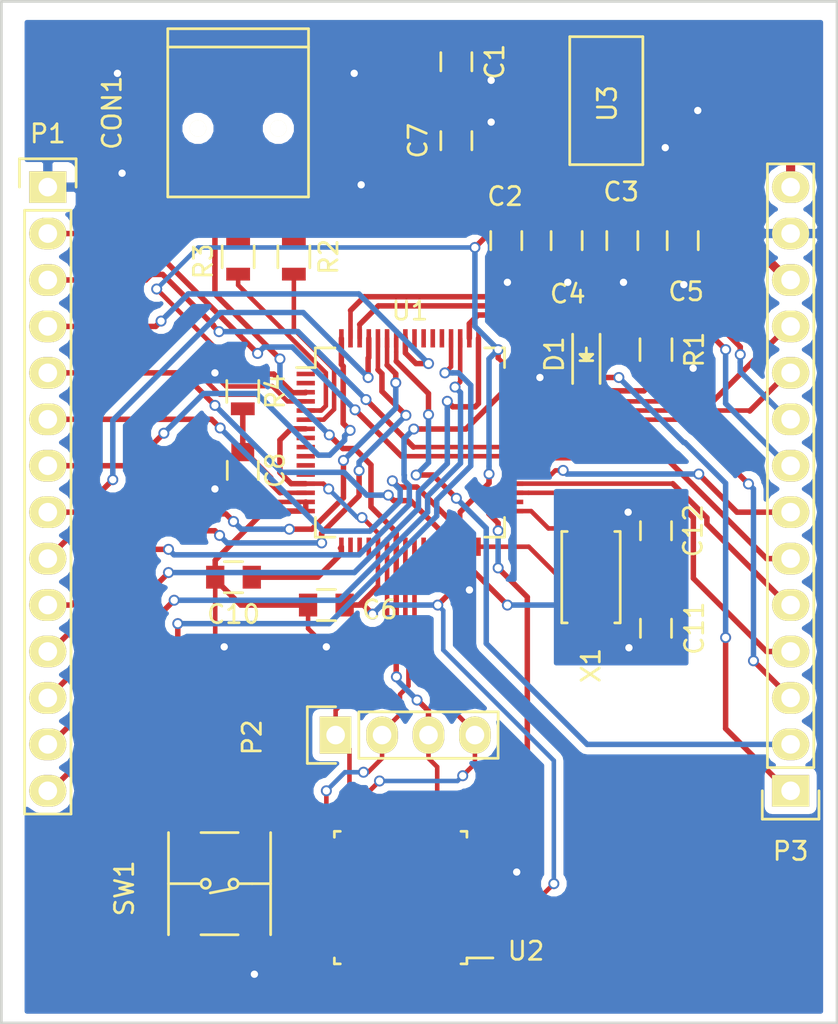
<source format=kicad_pcb>
(kicad_pcb (version 4) (host pcbnew 4.0.4-stable)

  (general
    (links 94)
    (no_connects 0)
    (area 110.695238 97.536 158.544762 152.667)
    (thickness 1.6)
    (drawings 4)
    (tracks 633)
    (zones 0)
    (modules 25)
    (nets 85)
  )

  (page A4)
  (layers
    (0 F.Cu signal)
    (31 B.Cu signal)
    (32 B.Adhes user)
    (33 F.Adhes user)
    (34 B.Paste user)
    (35 F.Paste user)
    (36 B.SilkS user)
    (37 F.SilkS user)
    (38 B.Mask user)
    (39 F.Mask user)
    (40 Dwgs.User user)
    (41 Cmts.User user)
    (42 Eco1.User user)
    (43 Eco2.User user)
    (44 Edge.Cuts user)
    (45 Margin user)
    (46 B.CrtYd user)
    (47 F.CrtYd user)
    (48 B.Fab user)
    (49 F.Fab user)
  )

  (setup
    (last_trace_width 0.3)
    (user_trace_width 0.3)
    (user_trace_width 0.5)
    (trace_clearance 0.2)
    (zone_clearance 0.4)
    (zone_45_only yes)
    (trace_min 0.2)
    (segment_width 0.2)
    (edge_width 0.15)
    (via_size 0.6)
    (via_drill 0.4)
    (via_min_size 0.4)
    (via_min_drill 0.3)
    (uvia_size 0.3)
    (uvia_drill 0.1)
    (uvias_allowed no)
    (uvia_min_size 0.2)
    (uvia_min_drill 0.1)
    (pcb_text_width 0.3)
    (pcb_text_size 1.5 1.5)
    (mod_edge_width 0.15)
    (mod_text_size 1 1)
    (mod_text_width 0.15)
    (pad_size 1.524 1.524)
    (pad_drill 0.762)
    (pad_to_mask_clearance 0.2)
    (aux_axis_origin 0 0)
    (visible_elements FFFFF77F)
    (pcbplotparams
      (layerselection 0x00030_80000001)
      (usegerberextensions false)
      (excludeedgelayer true)
      (linewidth 0.100000)
      (plotframeref false)
      (viasonmask false)
      (mode 1)
      (useauxorigin false)
      (hpglpennumber 1)
      (hpglpenspeed 20)
      (hpglpendiameter 15)
      (hpglpenoverlay 2)
      (psnegative false)
      (psa4output false)
      (plotreference true)
      (plotvalue true)
      (plotinvisibletext false)
      (padsonsilk false)
      (subtractmaskfromsilk false)
      (outputformat 1)
      (mirror false)
      (drillshape 1)
      (scaleselection 1)
      (outputdirectory ""))
  )

  (net 0 "")
  (net 1 VUSB)
  (net 2 GND)
  (net 3 +3.3V)
  (net 4 VREFH)
  (net 5 "Net-(C10-Pad1)")
  (net 6 "Net-(C11-Pad1)")
  (net 7 "Net-(C12-Pad1)")
  (net 8 "Net-(CON1-Pad2)")
  (net 9 "Net-(CON1-Pad3)")
  (net 10 /JTAG_TDI)
  (net 11 "Net-(D1-Pad2)")
  (net 12 /D13)
  (net 13 /D0)
  (net 14 /D1)
  (net 15 /D2)
  (net 16 /D3)
  (net 17 /D4)
  (net 18 /D5)
  (net 19 /D6)
  (net 20 /D7)
  (net 21 /D8)
  (net 22 /D9)
  (net 23 /D10)
  (net 24 /D11)
  (net 25 /D12)
  (net 26 /Prog)
  (net 27 /D14)
  (net 28 /D15)
  (net 29 /D16)
  (net 30 /D17)
  (net 31 /D18)
  (net 32 /D19)
  (net 33 /D20)
  (net 34 /D21)
  (net 35 /D22)
  (net 36 /D23)
  (net 37 "Net-(R2-Pad2)")
  (net 38 "Net-(R3-Pad2)")
  (net 39 "Net-(U1-Pad1)")
  (net 40 "Net-(U1-Pad2)")
  (net 41 "Net-(U1-Pad8)")
  (net 42 "Net-(U1-Pad9)")
  (net 43 "Net-(U1-Pad10)")
  (net 44 "Net-(U1-Pad11)")
  (net 45 "Net-(U1-Pad12)")
  (net 46 "Net-(U1-Pad19)")
  (net 47 "Net-(U1-Pad20)")
  (net 48 /JTAG_TCLK)
  (net 49 /JTAG_TDO)
  (net 50 /JTAG_TMS)
  (net 51 "Net-(U1-Pad26)")
  (net 52 "Net-(U1-Pad27)")
  (net 53 /Reset)
  (net 54 "Net-(U1-Pad41)")
  (net 55 "Net-(U1-Pad42)")
  (net 56 "Net-(U1-Pad53)")
  (net 57 "Net-(U1-Pad54)")
  (net 58 "Net-(U1-Pad55)")
  (net 59 "Net-(U1-Pad56)")
  (net 60 "Net-(U2-Pad1)")
  (net 61 "Net-(U2-Pad2)")
  (net 62 "Net-(U2-Pad4)")
  (net 63 "Net-(U2-Pad5)")
  (net 64 "Net-(U2-Pad7)")
  (net 65 "Net-(U2-Pad9)")
  (net 66 "Net-(U2-Pad11)")
  (net 67 "Net-(U2-Pad12)")
  (net 68 "Net-(U2-Pad13)")
  (net 69 "Net-(U2-Pad14)")
  (net 70 "Net-(U2-Pad19)")
  (net 71 "Net-(U2-Pad20)")
  (net 72 "Net-(U2-Pad21)")
  (net 73 "Net-(U2-Pad22)")
  (net 74 "Net-(U2-Pad23)")
  (net 75 "Net-(U2-Pad24)")
  (net 76 "Net-(U2-Pad26)")
  (net 77 "Net-(U2-Pad27)")
  (net 78 "Net-(U2-Pad28)")
  (net 79 "Net-(U2-Pad29)")
  (net 80 "Net-(U2-Pad30)")
  (net 81 "Net-(U2-Pad31)")
  (net 82 "Net-(U2-Pad32)")
  (net 83 "Net-(U3-Pad2)")
  (net 84 "Net-(U1-Pad18)")

  (net_class Default "This is the default net class."
    (clearance 0.2)
    (trace_width 0.25)
    (via_dia 0.6)
    (via_drill 0.4)
    (uvia_dia 0.3)
    (uvia_drill 0.1)
    (add_net +3.3V)
    (add_net /D0)
    (add_net /D1)
    (add_net /D10)
    (add_net /D11)
    (add_net /D12)
    (add_net /D13)
    (add_net /D14)
    (add_net /D15)
    (add_net /D16)
    (add_net /D17)
    (add_net /D18)
    (add_net /D19)
    (add_net /D2)
    (add_net /D20)
    (add_net /D21)
    (add_net /D22)
    (add_net /D23)
    (add_net /D3)
    (add_net /D4)
    (add_net /D5)
    (add_net /D6)
    (add_net /D7)
    (add_net /D8)
    (add_net /D9)
    (add_net /JTAG_TCLK)
    (add_net /JTAG_TDI)
    (add_net /JTAG_TDO)
    (add_net /JTAG_TMS)
    (add_net /Prog)
    (add_net /Reset)
    (add_net GND)
    (add_net "Net-(C10-Pad1)")
    (add_net "Net-(C11-Pad1)")
    (add_net "Net-(C12-Pad1)")
    (add_net "Net-(CON1-Pad2)")
    (add_net "Net-(CON1-Pad3)")
    (add_net "Net-(D1-Pad2)")
    (add_net "Net-(R2-Pad2)")
    (add_net "Net-(R3-Pad2)")
    (add_net "Net-(U1-Pad1)")
    (add_net "Net-(U1-Pad10)")
    (add_net "Net-(U1-Pad11)")
    (add_net "Net-(U1-Pad12)")
    (add_net "Net-(U1-Pad18)")
    (add_net "Net-(U1-Pad19)")
    (add_net "Net-(U1-Pad2)")
    (add_net "Net-(U1-Pad20)")
    (add_net "Net-(U1-Pad26)")
    (add_net "Net-(U1-Pad27)")
    (add_net "Net-(U1-Pad41)")
    (add_net "Net-(U1-Pad42)")
    (add_net "Net-(U1-Pad53)")
    (add_net "Net-(U1-Pad54)")
    (add_net "Net-(U1-Pad55)")
    (add_net "Net-(U1-Pad56)")
    (add_net "Net-(U1-Pad8)")
    (add_net "Net-(U1-Pad9)")
    (add_net "Net-(U2-Pad1)")
    (add_net "Net-(U2-Pad11)")
    (add_net "Net-(U2-Pad12)")
    (add_net "Net-(U2-Pad13)")
    (add_net "Net-(U2-Pad14)")
    (add_net "Net-(U2-Pad19)")
    (add_net "Net-(U2-Pad2)")
    (add_net "Net-(U2-Pad20)")
    (add_net "Net-(U2-Pad21)")
    (add_net "Net-(U2-Pad22)")
    (add_net "Net-(U2-Pad23)")
    (add_net "Net-(U2-Pad24)")
    (add_net "Net-(U2-Pad26)")
    (add_net "Net-(U2-Pad27)")
    (add_net "Net-(U2-Pad28)")
    (add_net "Net-(U2-Pad29)")
    (add_net "Net-(U2-Pad30)")
    (add_net "Net-(U2-Pad31)")
    (add_net "Net-(U2-Pad32)")
    (add_net "Net-(U2-Pad4)")
    (add_net "Net-(U2-Pad5)")
    (add_net "Net-(U2-Pad7)")
    (add_net "Net-(U2-Pad9)")
    (add_net "Net-(U3-Pad2)")
    (add_net VREFH)
    (add_net VUSB)
  )

  (module Capacitors_SMD:C_0805 (layer F.Cu) (tedit 5415D6EA) (tstamp 585A0A60)
    (at 136.652 99.822 270)
    (descr "Capacitor SMD 0805, reflow soldering, AVX (see smccp.pdf)")
    (tags "capacitor 0805")
    (path /58587705)
    (attr smd)
    (fp_text reference C1 (at 0 -2.1 270) (layer F.SilkS)
      (effects (font (size 1 1) (thickness 0.15)))
    )
    (fp_text value 2.2uF (at 0 2.1 270) (layer F.Fab)
      (effects (font (size 1 1) (thickness 0.15)))
    )
    (fp_line (start -1.8 -1) (end 1.8 -1) (layer F.CrtYd) (width 0.05))
    (fp_line (start -1.8 1) (end 1.8 1) (layer F.CrtYd) (width 0.05))
    (fp_line (start -1.8 -1) (end -1.8 1) (layer F.CrtYd) (width 0.05))
    (fp_line (start 1.8 -1) (end 1.8 1) (layer F.CrtYd) (width 0.05))
    (fp_line (start 0.5 -0.85) (end -0.5 -0.85) (layer F.SilkS) (width 0.15))
    (fp_line (start -0.5 0.85) (end 0.5 0.85) (layer F.SilkS) (width 0.15))
    (pad 1 smd rect (at -1 0 270) (size 1 1.25) (layers F.Cu F.Paste F.Mask)
      (net 1 VUSB))
    (pad 2 smd rect (at 1 0 270) (size 1 1.25) (layers F.Cu F.Paste F.Mask)
      (net 2 GND))
    (model Capacitors_SMD.3dshapes/C_0805.wrl
      (at (xyz 0 0 0))
      (scale (xyz 1 1 1))
      (rotate (xyz 0 0 0))
    )
  )

  (module Capacitors_SMD:C_0805 (layer F.Cu) (tedit 5415D6EA) (tstamp 585A0A66)
    (at 139.383307 109.606097 270)
    (descr "Capacitor SMD 0805, reflow soldering, AVX (see smccp.pdf)")
    (tags "capacitor 0805")
    (path /58587464)
    (attr smd)
    (fp_text reference C2 (at -2.418097 0.064307 360) (layer F.SilkS)
      (effects (font (size 1 1) (thickness 0.15)))
    )
    (fp_text value 2.2uF (at 2.788903 -0.062693 360) (layer F.Fab)
      (effects (font (size 1 1) (thickness 0.15)))
    )
    (fp_line (start -1.8 -1) (end 1.8 -1) (layer F.CrtYd) (width 0.05))
    (fp_line (start -1.8 1) (end 1.8 1) (layer F.CrtYd) (width 0.05))
    (fp_line (start -1.8 -1) (end -1.8 1) (layer F.CrtYd) (width 0.05))
    (fp_line (start 1.8 -1) (end 1.8 1) (layer F.CrtYd) (width 0.05))
    (fp_line (start 0.5 -0.85) (end -0.5 -0.85) (layer F.SilkS) (width 0.15))
    (fp_line (start -0.5 0.85) (end 0.5 0.85) (layer F.SilkS) (width 0.15))
    (pad 1 smd rect (at -1 0 270) (size 1 1.25) (layers F.Cu F.Paste F.Mask)
      (net 3 +3.3V))
    (pad 2 smd rect (at 1 0 270) (size 1 1.25) (layers F.Cu F.Paste F.Mask)
      (net 2 GND))
    (model Capacitors_SMD.3dshapes/C_0805.wrl
      (at (xyz 0 0 0))
      (scale (xyz 1 1 1))
      (rotate (xyz 0 0 0))
    )
  )

  (module Capacitors_SMD:C_0805 (layer F.Cu) (tedit 5415D6EA) (tstamp 585A0A6C)
    (at 145.733307 109.606097 270)
    (descr "Capacitor SMD 0805, reflow soldering, AVX (see smccp.pdf)")
    (tags "capacitor 0805")
    (path /5858A4D7)
    (attr smd)
    (fp_text reference C3 (at -2.672097 0.064307 360) (layer F.SilkS)
      (effects (font (size 1 1) (thickness 0.15)))
    )
    (fp_text value 0.1uF (at 2.915903 -0.189693 360) (layer F.Fab)
      (effects (font (size 1 1) (thickness 0.15)))
    )
    (fp_line (start -1.8 -1) (end 1.8 -1) (layer F.CrtYd) (width 0.05))
    (fp_line (start -1.8 1) (end 1.8 1) (layer F.CrtYd) (width 0.05))
    (fp_line (start -1.8 -1) (end -1.8 1) (layer F.CrtYd) (width 0.05))
    (fp_line (start 1.8 -1) (end 1.8 1) (layer F.CrtYd) (width 0.05))
    (fp_line (start 0.5 -0.85) (end -0.5 -0.85) (layer F.SilkS) (width 0.15))
    (fp_line (start -0.5 0.85) (end 0.5 0.85) (layer F.SilkS) (width 0.15))
    (pad 1 smd rect (at -1 0 270) (size 1 1.25) (layers F.Cu F.Paste F.Mask)
      (net 3 +3.3V))
    (pad 2 smd rect (at 1 0 270) (size 1 1.25) (layers F.Cu F.Paste F.Mask)
      (net 2 GND))
    (model Capacitors_SMD.3dshapes/C_0805.wrl
      (at (xyz 0 0 0))
      (scale (xyz 1 1 1))
      (rotate (xyz 0 0 0))
    )
  )

  (module Capacitors_SMD:C_0805 (layer F.Cu) (tedit 5415D6EA) (tstamp 585A0A72)
    (at 142.685307 109.606097 270)
    (descr "Capacitor SMD 0805, reflow soldering, AVX (see smccp.pdf)")
    (tags "capacitor 0805")
    (path /5858A48D)
    (attr smd)
    (fp_text reference C4 (at 2.915903 -0.062693 360) (layer F.SilkS)
      (effects (font (size 1 1) (thickness 0.15)))
    )
    (fp_text value 0.1uF (at -2.545097 -0.062693 360) (layer F.Fab)
      (effects (font (size 1 1) (thickness 0.15)))
    )
    (fp_line (start -1.8 -1) (end 1.8 -1) (layer F.CrtYd) (width 0.05))
    (fp_line (start -1.8 1) (end 1.8 1) (layer F.CrtYd) (width 0.05))
    (fp_line (start -1.8 -1) (end -1.8 1) (layer F.CrtYd) (width 0.05))
    (fp_line (start 1.8 -1) (end 1.8 1) (layer F.CrtYd) (width 0.05))
    (fp_line (start 0.5 -0.85) (end -0.5 -0.85) (layer F.SilkS) (width 0.15))
    (fp_line (start -0.5 0.85) (end 0.5 0.85) (layer F.SilkS) (width 0.15))
    (pad 1 smd rect (at -1 0 270) (size 1 1.25) (layers F.Cu F.Paste F.Mask)
      (net 3 +3.3V))
    (pad 2 smd rect (at 1 0 270) (size 1 1.25) (layers F.Cu F.Paste F.Mask)
      (net 2 GND))
    (model Capacitors_SMD.3dshapes/C_0805.wrl
      (at (xyz 0 0 0))
      (scale (xyz 1 1 1))
      (rotate (xyz 0 0 0))
    )
  )

  (module Capacitors_SMD:C_0805 (layer F.Cu) (tedit 5415D6EA) (tstamp 585A0A78)
    (at 149.035307 109.606097 270)
    (descr "Capacitor SMD 0805, reflow soldering, AVX (see smccp.pdf)")
    (tags "capacitor 0805")
    (path /5858A41C)
    (attr smd)
    (fp_text reference C5 (at 2.788903 -0.189693 360) (layer F.SilkS)
      (effects (font (size 1 1) (thickness 0.15)))
    )
    (fp_text value 0.1uF (at -2.545097 -0.189693 360) (layer F.Fab)
      (effects (font (size 1 1) (thickness 0.15)))
    )
    (fp_line (start -1.8 -1) (end 1.8 -1) (layer F.CrtYd) (width 0.05))
    (fp_line (start -1.8 1) (end 1.8 1) (layer F.CrtYd) (width 0.05))
    (fp_line (start -1.8 -1) (end -1.8 1) (layer F.CrtYd) (width 0.05))
    (fp_line (start 1.8 -1) (end 1.8 1) (layer F.CrtYd) (width 0.05))
    (fp_line (start 0.5 -0.85) (end -0.5 -0.85) (layer F.SilkS) (width 0.15))
    (fp_line (start -0.5 0.85) (end 0.5 0.85) (layer F.SilkS) (width 0.15))
    (pad 1 smd rect (at -1 0 270) (size 1 1.25) (layers F.Cu F.Paste F.Mask)
      (net 3 +3.3V))
    (pad 2 smd rect (at 1 0 270) (size 1 1.25) (layers F.Cu F.Paste F.Mask)
      (net 2 GND))
    (model Capacitors_SMD.3dshapes/C_0805.wrl
      (at (xyz 0 0 0))
      (scale (xyz 1 1 1))
      (rotate (xyz 0 0 0))
    )
  )

  (module Capacitors_SMD:C_0805 (layer F.Cu) (tedit 5415D6EA) (tstamp 585A0A7E)
    (at 129.54 129.54 180)
    (descr "Capacitor SMD 0805, reflow soldering, AVX (see smccp.pdf)")
    (tags "capacitor 0805")
    (path /58589CA1)
    (attr smd)
    (fp_text reference C6 (at -2.921 -0.254 180) (layer F.SilkS)
      (effects (font (size 1 1) (thickness 0.15)))
    )
    (fp_text value 2.2uF (at 0 -1.905 180) (layer F.Fab)
      (effects (font (size 1 1) (thickness 0.15)))
    )
    (fp_line (start -1.8 -1) (end 1.8 -1) (layer F.CrtYd) (width 0.05))
    (fp_line (start -1.8 1) (end 1.8 1) (layer F.CrtYd) (width 0.05))
    (fp_line (start -1.8 -1) (end -1.8 1) (layer F.CrtYd) (width 0.05))
    (fp_line (start 1.8 -1) (end 1.8 1) (layer F.CrtYd) (width 0.05))
    (fp_line (start 0.5 -0.85) (end -0.5 -0.85) (layer F.SilkS) (width 0.15))
    (fp_line (start -0.5 0.85) (end 0.5 0.85) (layer F.SilkS) (width 0.15))
    (pad 1 smd rect (at -1 0 180) (size 1 1.25) (layers F.Cu F.Paste F.Mask)
      (net 3 +3.3V))
    (pad 2 smd rect (at 1 0 180) (size 1 1.25) (layers F.Cu F.Paste F.Mask)
      (net 2 GND))
    (model Capacitors_SMD.3dshapes/C_0805.wrl
      (at (xyz 0 0 0))
      (scale (xyz 1 1 1))
      (rotate (xyz 0 0 0))
    )
  )

  (module Capacitors_SMD:C_0805 (layer F.Cu) (tedit 5415D6EA) (tstamp 585A0A84)
    (at 136.652 104.14 90)
    (descr "Capacitor SMD 0805, reflow soldering, AVX (see smccp.pdf)")
    (tags "capacitor 0805")
    (path /585ABB1C)
    (attr smd)
    (fp_text reference C7 (at 0 -2.1 90) (layer F.SilkS)
      (effects (font (size 1 1) (thickness 0.15)))
    )
    (fp_text value 2.2uF (at 0 2.1 90) (layer F.Fab)
      (effects (font (size 1 1) (thickness 0.15)))
    )
    (fp_line (start -1.8 -1) (end 1.8 -1) (layer F.CrtYd) (width 0.05))
    (fp_line (start -1.8 1) (end 1.8 1) (layer F.CrtYd) (width 0.05))
    (fp_line (start -1.8 -1) (end -1.8 1) (layer F.CrtYd) (width 0.05))
    (fp_line (start 1.8 -1) (end 1.8 1) (layer F.CrtYd) (width 0.05))
    (fp_line (start 0.5 -0.85) (end -0.5 -0.85) (layer F.SilkS) (width 0.15))
    (fp_line (start -0.5 0.85) (end 0.5 0.85) (layer F.SilkS) (width 0.15))
    (pad 1 smd rect (at -1 0 90) (size 1 1.25) (layers F.Cu F.Paste F.Mask)
      (net 1 VUSB))
    (pad 2 smd rect (at 1 0 90) (size 1 1.25) (layers F.Cu F.Paste F.Mask)
      (net 2 GND))
    (model Capacitors_SMD.3dshapes/C_0805.wrl
      (at (xyz 0 0 0))
      (scale (xyz 1 1 1))
      (rotate (xyz 0 0 0))
    )
  )

  (module Capacitors_SMD:C_0805 (layer F.Cu) (tedit 5415D6EA) (tstamp 585A0A8A)
    (at 124.968 122.174 270)
    (descr "Capacitor SMD 0805, reflow soldering, AVX (see smccp.pdf)")
    (tags "capacitor 0805")
    (path /5858C283)
    (attr smd)
    (fp_text reference C8 (at 0 -1.778 270) (layer F.SilkS)
      (effects (font (size 1 1) (thickness 0.15)))
    )
    (fp_text value 0.1uF (at 0 2.1 270) (layer F.Fab)
      (effects (font (size 1 1) (thickness 0.15)))
    )
    (fp_line (start -1.8 -1) (end 1.8 -1) (layer F.CrtYd) (width 0.05))
    (fp_line (start -1.8 1) (end 1.8 1) (layer F.CrtYd) (width 0.05))
    (fp_line (start -1.8 -1) (end -1.8 1) (layer F.CrtYd) (width 0.05))
    (fp_line (start 1.8 -1) (end 1.8 1) (layer F.CrtYd) (width 0.05))
    (fp_line (start 0.5 -0.85) (end -0.5 -0.85) (layer F.SilkS) (width 0.15))
    (fp_line (start -0.5 0.85) (end 0.5 0.85) (layer F.SilkS) (width 0.15))
    (pad 1 smd rect (at -1 0 270) (size 1 1.25) (layers F.Cu F.Paste F.Mask)
      (net 4 VREFH))
    (pad 2 smd rect (at 1 0 270) (size 1 1.25) (layers F.Cu F.Paste F.Mask)
      (net 2 GND))
    (model Capacitors_SMD.3dshapes/C_0805.wrl
      (at (xyz 0 0 0))
      (scale (xyz 1 1 1))
      (rotate (xyz 0 0 0))
    )
  )

  (module Capacitors_SMD:C_0805 (layer F.Cu) (tedit 5415D6EA) (tstamp 585A0A90)
    (at 124.46 128.016 180)
    (descr "Capacitor SMD 0805, reflow soldering, AVX (see smccp.pdf)")
    (tags "capacitor 0805")
    (path /58583A96)
    (attr smd)
    (fp_text reference C10 (at 0 -2.032 180) (layer F.SilkS)
      (effects (font (size 1 1) (thickness 0.15)))
    )
    (fp_text value 0.1uF (at 0 1.778 180) (layer F.Fab)
      (effects (font (size 1 1) (thickness 0.15)))
    )
    (fp_line (start -1.8 -1) (end 1.8 -1) (layer F.CrtYd) (width 0.05))
    (fp_line (start -1.8 1) (end 1.8 1) (layer F.CrtYd) (width 0.05))
    (fp_line (start -1.8 -1) (end -1.8 1) (layer F.CrtYd) (width 0.05))
    (fp_line (start 1.8 -1) (end 1.8 1) (layer F.CrtYd) (width 0.05))
    (fp_line (start 0.5 -0.85) (end -0.5 -0.85) (layer F.SilkS) (width 0.15))
    (fp_line (start -0.5 0.85) (end 0.5 0.85) (layer F.SilkS) (width 0.15))
    (pad 1 smd rect (at -1 0 180) (size 1 1.25) (layers F.Cu F.Paste F.Mask)
      (net 5 "Net-(C10-Pad1)"))
    (pad 2 smd rect (at 1 0 180) (size 1 1.25) (layers F.Cu F.Paste F.Mask)
      (net 2 GND))
    (model Capacitors_SMD.3dshapes/C_0805.wrl
      (at (xyz 0 0 0))
      (scale (xyz 1 1 1))
      (rotate (xyz 0 0 0))
    )
  )

  (module Capacitors_SMD:C_0805 (layer F.Cu) (tedit 585ABABB) (tstamp 585A0A96)
    (at 147.574 130.81 270)
    (descr "Capacitor SMD 0805, reflow soldering, AVX (see smccp.pdf)")
    (tags "capacitor 0805")
    (path /585D691A)
    (attr smd)
    (fp_text reference C11 (at 0 -2.1 270) (layer F.SilkS)
      (effects (font (size 1 1) (thickness 0.15)))
    )
    (fp_text value 20pF (at 2.794 -0.254 360) (layer F.Fab)
      (effects (font (size 1 1) (thickness 0.15)))
    )
    (fp_line (start -1.8 -1) (end 1.8 -1) (layer F.CrtYd) (width 0.05))
    (fp_line (start -1.8 1) (end 1.8 1) (layer F.CrtYd) (width 0.05))
    (fp_line (start -1.8 -1) (end -1.8 1) (layer F.CrtYd) (width 0.05))
    (fp_line (start 1.8 -1) (end 1.8 1) (layer F.CrtYd) (width 0.05))
    (fp_line (start 0.5 -0.85) (end -0.5 -0.85) (layer F.SilkS) (width 0.15))
    (fp_line (start -0.5 0.85) (end 0.5 0.85) (layer F.SilkS) (width 0.15))
    (pad 1 smd rect (at -1 0 270) (size 1 1.25) (layers F.Cu F.Paste F.Mask)
      (net 6 "Net-(C11-Pad1)"))
    (pad 2 smd rect (at 1 0 270) (size 1 1.25) (layers F.Cu F.Paste F.Mask)
      (net 2 GND))
    (model Capacitors_SMD.3dshapes/C_0805.wrl
      (at (xyz 0 0 0))
      (scale (xyz 1 1 1))
      (rotate (xyz 0 0 0))
    )
  )

  (module Capacitors_SMD:C_0805 (layer F.Cu) (tedit 585ABADC) (tstamp 585A0A9C)
    (at 147.574 125.476 90)
    (descr "Capacitor SMD 0805, reflow soldering, AVX (see smccp.pdf)")
    (tags "capacitor 0805")
    (path /585D8331)
    (attr smd)
    (fp_text reference C12 (at 0 2.032 90) (layer F.SilkS)
      (effects (font (size 1 1) (thickness 0.15)))
    )
    (fp_text value 20pF (at 2.921 0 180) (layer F.Fab)
      (effects (font (size 1 1) (thickness 0.15)))
    )
    (fp_line (start -1.8 -1) (end 1.8 -1) (layer F.CrtYd) (width 0.05))
    (fp_line (start -1.8 1) (end 1.8 1) (layer F.CrtYd) (width 0.05))
    (fp_line (start -1.8 -1) (end -1.8 1) (layer F.CrtYd) (width 0.05))
    (fp_line (start 1.8 -1) (end 1.8 1) (layer F.CrtYd) (width 0.05))
    (fp_line (start 0.5 -0.85) (end -0.5 -0.85) (layer F.SilkS) (width 0.15))
    (fp_line (start -0.5 0.85) (end 0.5 0.85) (layer F.SilkS) (width 0.15))
    (pad 1 smd rect (at -1 0 90) (size 1 1.25) (layers F.Cu F.Paste F.Mask)
      (net 7 "Net-(C12-Pad1)"))
    (pad 2 smd rect (at 1 0 90) (size 1 1.25) (layers F.Cu F.Paste F.Mask)
      (net 2 GND))
    (model Capacitors_SMD.3dshapes/C_0805.wrl
      (at (xyz 0 0 0))
      (scale (xyz 1 1 1))
      (rotate (xyz 0 0 0))
    )
  )

  (module Connect:USB_Mini-B (layer F.Cu) (tedit 5543E571) (tstamp 585A0AAB)
    (at 124.714 102.616 270)
    (descr "USB Mini-B 5-pin SMD connector")
    (tags "USB USB_B USB_Mini connector")
    (path /585980D8)
    (attr smd)
    (fp_text reference CON1 (at 0 6.90118 270) (layer F.SilkS)
      (effects (font (size 1 1) (thickness 0.15)))
    )
    (fp_text value USB-MINI-B (at 0 -7.0993 270) (layer F.Fab)
      (effects (font (size 1 1) (thickness 0.15)))
    )
    (fp_line (start -4.85 -5.7) (end 4.85 -5.7) (layer F.CrtYd) (width 0.05))
    (fp_line (start 4.85 -5.7) (end 4.85 5.7) (layer F.CrtYd) (width 0.05))
    (fp_line (start 4.85 5.7) (end -4.85 5.7) (layer F.CrtYd) (width 0.05))
    (fp_line (start -4.85 5.7) (end -4.85 -5.7) (layer F.CrtYd) (width 0.05))
    (fp_line (start -3.59918 -3.85064) (end -3.59918 3.85064) (layer F.SilkS) (width 0.15))
    (fp_line (start -4.59994 -3.85064) (end -4.59994 3.85064) (layer F.SilkS) (width 0.15))
    (fp_line (start -4.59994 3.85064) (end 4.59994 3.85064) (layer F.SilkS) (width 0.15))
    (fp_line (start 4.59994 3.85064) (end 4.59994 -3.85064) (layer F.SilkS) (width 0.15))
    (fp_line (start 4.59994 -3.85064) (end -4.59994 -3.85064) (layer F.SilkS) (width 0.15))
    (pad 1 smd rect (at 3.44932 -1.6002 270) (size 2.30124 0.50038) (layers F.Cu F.Paste F.Mask)
      (net 1 VUSB))
    (pad 2 smd rect (at 3.44932 -0.8001 270) (size 2.30124 0.50038) (layers F.Cu F.Paste F.Mask)
      (net 8 "Net-(CON1-Pad2)"))
    (pad 3 smd rect (at 3.44932 0 270) (size 2.30124 0.50038) (layers F.Cu F.Paste F.Mask)
      (net 9 "Net-(CON1-Pad3)"))
    (pad 4 smd rect (at 3.44932 0.8001 270) (size 2.30124 0.50038) (layers F.Cu F.Paste F.Mask)
      (net 10 /JTAG_TDI))
    (pad 5 smd rect (at 3.44932 1.6002 270) (size 2.30124 0.50038) (layers F.Cu F.Paste F.Mask)
      (net 2 GND))
    (pad 6 smd rect (at 3.35026 -4.45008 270) (size 2.49936 1.99898) (layers F.Cu F.Paste F.Mask)
      (net 2 GND))
    (pad 6 smd rect (at -2.14884 -4.45008 270) (size 2.49936 1.99898) (layers F.Cu F.Paste F.Mask)
      (net 2 GND))
    (pad 6 smd rect (at 3.35026 4.45008 270) (size 2.49936 1.99898) (layers F.Cu F.Paste F.Mask)
      (net 2 GND))
    (pad 6 smd rect (at -2.14884 4.45008 270) (size 2.49936 1.99898) (layers F.Cu F.Paste F.Mask)
      (net 2 GND))
    (pad "" np_thru_hole circle (at 0.8509 -2.19964 270) (size 0.89916 0.89916) (drill 0.89916) (layers *.Cu *.Mask F.SilkS))
    (pad "" np_thru_hole circle (at 0.8509 2.19964 270) (size 0.89916 0.89916) (drill 0.89916) (layers *.Cu *.Mask F.SilkS))
  )

  (module LEDs:LED_0805 (layer F.Cu) (tedit 55BDE1C2) (tstamp 585A0AB1)
    (at 143.764 115.824 90)
    (descr "LED 0805 smd package")
    (tags "LED 0805 SMD")
    (path /585C6053)
    (attr smd)
    (fp_text reference D1 (at 0 -1.75 90) (layer F.SilkS)
      (effects (font (size 1 1) (thickness 0.15)))
    )
    (fp_text value LED (at -2.794 0.254 180) (layer F.Fab)
      (effects (font (size 1 1) (thickness 0.15)))
    )
    (fp_line (start -1.6 0.75) (end 1.1 0.75) (layer F.SilkS) (width 0.15))
    (fp_line (start -1.6 -0.75) (end 1.1 -0.75) (layer F.SilkS) (width 0.15))
    (fp_line (start -0.1 0.15) (end -0.1 -0.1) (layer F.SilkS) (width 0.15))
    (fp_line (start -0.1 -0.1) (end -0.25 0.05) (layer F.SilkS) (width 0.15))
    (fp_line (start -0.35 -0.35) (end -0.35 0.35) (layer F.SilkS) (width 0.15))
    (fp_line (start 0 0) (end 0.35 0) (layer F.SilkS) (width 0.15))
    (fp_line (start -0.35 0) (end 0 -0.35) (layer F.SilkS) (width 0.15))
    (fp_line (start 0 -0.35) (end 0 0.35) (layer F.SilkS) (width 0.15))
    (fp_line (start 0 0.35) (end -0.35 0) (layer F.SilkS) (width 0.15))
    (fp_line (start 1.9 -0.95) (end 1.9 0.95) (layer F.CrtYd) (width 0.05))
    (fp_line (start 1.9 0.95) (end -1.9 0.95) (layer F.CrtYd) (width 0.05))
    (fp_line (start -1.9 0.95) (end -1.9 -0.95) (layer F.CrtYd) (width 0.05))
    (fp_line (start -1.9 -0.95) (end 1.9 -0.95) (layer F.CrtYd) (width 0.05))
    (pad 2 smd rect (at 1.04902 0 270) (size 1.19888 1.19888) (layers F.Cu F.Paste F.Mask)
      (net 11 "Net-(D1-Pad2)"))
    (pad 1 smd rect (at -1.04902 0 270) (size 1.19888 1.19888) (layers F.Cu F.Paste F.Mask)
      (net 12 /D13))
    (model LEDs.3dshapes/LED_0805.wrl
      (at (xyz 0 0 0))
      (scale (xyz 1 1 1))
      (rotate (xyz 0 0 0))
    )
  )

  (module Pin_Headers:Pin_Header_Straight_1x14 (layer F.Cu) (tedit 0) (tstamp 585A0AC3)
    (at 114.3 106.68)
    (descr "Through hole pin header")
    (tags "pin header")
    (path /585B462E)
    (fp_text reference P1 (at 0 -2.921) (layer F.SilkS)
      (effects (font (size 1 1) (thickness 0.15)))
    )
    (fp_text value CONN_14 (at 2.54 1.651 90) (layer F.Fab)
      (effects (font (size 1 1) (thickness 0.15)))
    )
    (fp_line (start -1.75 -1.75) (end -1.75 34.8) (layer F.CrtYd) (width 0.05))
    (fp_line (start 1.75 -1.75) (end 1.75 34.8) (layer F.CrtYd) (width 0.05))
    (fp_line (start -1.75 -1.75) (end 1.75 -1.75) (layer F.CrtYd) (width 0.05))
    (fp_line (start -1.75 34.8) (end 1.75 34.8) (layer F.CrtYd) (width 0.05))
    (fp_line (start -1.27 1.27) (end -1.27 34.29) (layer F.SilkS) (width 0.15))
    (fp_line (start -1.27 34.29) (end 1.27 34.29) (layer F.SilkS) (width 0.15))
    (fp_line (start 1.27 34.29) (end 1.27 1.27) (layer F.SilkS) (width 0.15))
    (fp_line (start 1.55 -1.55) (end 1.55 0) (layer F.SilkS) (width 0.15))
    (fp_line (start 1.27 1.27) (end -1.27 1.27) (layer F.SilkS) (width 0.15))
    (fp_line (start -1.55 0) (end -1.55 -1.55) (layer F.SilkS) (width 0.15))
    (fp_line (start -1.55 -1.55) (end 1.55 -1.55) (layer F.SilkS) (width 0.15))
    (pad 1 thru_hole rect (at 0 0) (size 2.032 1.7272) (drill 1.016) (layers *.Cu *.Mask F.SilkS)
      (net 2 GND))
    (pad 2 thru_hole oval (at 0 2.54) (size 2.032 1.7272) (drill 1.016) (layers *.Cu *.Mask F.SilkS)
      (net 13 /D0))
    (pad 3 thru_hole oval (at 0 5.08) (size 2.032 1.7272) (drill 1.016) (layers *.Cu *.Mask F.SilkS)
      (net 14 /D1))
    (pad 4 thru_hole oval (at 0 7.62) (size 2.032 1.7272) (drill 1.016) (layers *.Cu *.Mask F.SilkS)
      (net 15 /D2))
    (pad 5 thru_hole oval (at 0 10.16) (size 2.032 1.7272) (drill 1.016) (layers *.Cu *.Mask F.SilkS)
      (net 16 /D3))
    (pad 6 thru_hole oval (at 0 12.7) (size 2.032 1.7272) (drill 1.016) (layers *.Cu *.Mask F.SilkS)
      (net 17 /D4))
    (pad 7 thru_hole oval (at 0 15.24) (size 2.032 1.7272) (drill 1.016) (layers *.Cu *.Mask F.SilkS)
      (net 18 /D5))
    (pad 8 thru_hole oval (at 0 17.78) (size 2.032 1.7272) (drill 1.016) (layers *.Cu *.Mask F.SilkS)
      (net 19 /D6))
    (pad 9 thru_hole oval (at 0 20.32) (size 2.032 1.7272) (drill 1.016) (layers *.Cu *.Mask F.SilkS)
      (net 20 /D7))
    (pad 10 thru_hole oval (at 0 22.86) (size 2.032 1.7272) (drill 1.016) (layers *.Cu *.Mask F.SilkS)
      (net 21 /D8))
    (pad 11 thru_hole oval (at 0 25.4) (size 2.032 1.7272) (drill 1.016) (layers *.Cu *.Mask F.SilkS)
      (net 22 /D9))
    (pad 12 thru_hole oval (at 0 27.94) (size 2.032 1.7272) (drill 1.016) (layers *.Cu *.Mask F.SilkS)
      (net 23 /D10))
    (pad 13 thru_hole oval (at 0 30.48) (size 2.032 1.7272) (drill 1.016) (layers *.Cu *.Mask F.SilkS)
      (net 24 /D11))
    (pad 14 thru_hole oval (at 0 33.02) (size 2.032 1.7272) (drill 1.016) (layers *.Cu *.Mask F.SilkS)
      (net 25 /D12))
    (model Pin_Headers.3dshapes/Pin_Header_Straight_1x14.wrl
      (at (xyz 0 -0.65 0))
      (scale (xyz 1 1 1))
      (rotate (xyz 0 0 90))
    )
  )

  (module Pin_Headers:Pin_Header_Straight_1x04 (layer F.Cu) (tedit 0) (tstamp 585A0ACB)
    (at 130.048 136.652 90)
    (descr "Through hole pin header")
    (tags "pin header")
    (path /585AF668)
    (fp_text reference P2 (at -0.127 -4.572 90) (layer F.SilkS)
      (effects (font (size 1 1) (thickness 0.15)))
    )
    (fp_text value CONN_4 (at 1.524 -2.667 90) (layer F.Fab)
      (effects (font (size 1 1) (thickness 0.15)))
    )
    (fp_line (start -1.75 -1.75) (end -1.75 9.4) (layer F.CrtYd) (width 0.05))
    (fp_line (start 1.75 -1.75) (end 1.75 9.4) (layer F.CrtYd) (width 0.05))
    (fp_line (start -1.75 -1.75) (end 1.75 -1.75) (layer F.CrtYd) (width 0.05))
    (fp_line (start -1.75 9.4) (end 1.75 9.4) (layer F.CrtYd) (width 0.05))
    (fp_line (start -1.27 1.27) (end -1.27 8.89) (layer F.SilkS) (width 0.15))
    (fp_line (start 1.27 1.27) (end 1.27 8.89) (layer F.SilkS) (width 0.15))
    (fp_line (start 1.55 -1.55) (end 1.55 0) (layer F.SilkS) (width 0.15))
    (fp_line (start -1.27 8.89) (end 1.27 8.89) (layer F.SilkS) (width 0.15))
    (fp_line (start 1.27 1.27) (end -1.27 1.27) (layer F.SilkS) (width 0.15))
    (fp_line (start -1.55 0) (end -1.55 -1.55) (layer F.SilkS) (width 0.15))
    (fp_line (start -1.55 -1.55) (end 1.55 -1.55) (layer F.SilkS) (width 0.15))
    (pad 1 thru_hole rect (at 0 0 90) (size 2.032 1.7272) (drill 1.016) (layers *.Cu *.Mask F.SilkS)
      (net 48 /JTAG_TCLK))
    (pad 2 thru_hole oval (at 0 2.54 90) (size 2.032 1.7272) (drill 1.016) (layers *.Cu *.Mask F.SilkS)
      (net 49 /JTAG_TDO))
    (pad 3 thru_hole oval (at 0 5.08 90) (size 2.032 1.7272) (drill 1.016) (layers *.Cu *.Mask F.SilkS)
      (net 10 /JTAG_TDI))
    (pad 4 thru_hole oval (at 0 7.62 90) (size 2.032 1.7272) (drill 1.016) (layers *.Cu *.Mask F.SilkS)
      (net 50 /JTAG_TMS))
    (model Pin_Headers.3dshapes/Pin_Header_Straight_1x04.wrl
      (at (xyz 0 -0.15 0))
      (scale (xyz 1 1 1))
      (rotate (xyz 0 0 90))
    )
  )

  (module Pin_Headers:Pin_Header_Straight_1x14 (layer F.Cu) (tedit 0) (tstamp 585A0ADD)
    (at 154.94 139.7 180)
    (descr "Through hole pin header")
    (tags "pin header")
    (path /585B46FC)
    (fp_text reference P3 (at 0 -3.302 180) (layer F.SilkS)
      (effects (font (size 1 1) (thickness 0.15)))
    )
    (fp_text value CONN_14 (at 2.794 1.27 270) (layer F.Fab)
      (effects (font (size 1 1) (thickness 0.15)))
    )
    (fp_line (start -1.75 -1.75) (end -1.75 34.8) (layer F.CrtYd) (width 0.05))
    (fp_line (start 1.75 -1.75) (end 1.75 34.8) (layer F.CrtYd) (width 0.05))
    (fp_line (start -1.75 -1.75) (end 1.75 -1.75) (layer F.CrtYd) (width 0.05))
    (fp_line (start -1.75 34.8) (end 1.75 34.8) (layer F.CrtYd) (width 0.05))
    (fp_line (start -1.27 1.27) (end -1.27 34.29) (layer F.SilkS) (width 0.15))
    (fp_line (start -1.27 34.29) (end 1.27 34.29) (layer F.SilkS) (width 0.15))
    (fp_line (start 1.27 34.29) (end 1.27 1.27) (layer F.SilkS) (width 0.15))
    (fp_line (start 1.55 -1.55) (end 1.55 0) (layer F.SilkS) (width 0.15))
    (fp_line (start 1.27 1.27) (end -1.27 1.27) (layer F.SilkS) (width 0.15))
    (fp_line (start -1.55 0) (end -1.55 -1.55) (layer F.SilkS) (width 0.15))
    (fp_line (start -1.55 -1.55) (end 1.55 -1.55) (layer F.SilkS) (width 0.15))
    (pad 1 thru_hole rect (at 0 0 180) (size 2.032 1.7272) (drill 1.016) (layers *.Cu *.Mask F.SilkS)
      (net 12 /D13))
    (pad 2 thru_hole oval (at 0 2.54 180) (size 2.032 1.7272) (drill 1.016) (layers *.Cu *.Mask F.SilkS)
      (net 27 /D14))
    (pad 3 thru_hole oval (at 0 5.08 180) (size 2.032 1.7272) (drill 1.016) (layers *.Cu *.Mask F.SilkS)
      (net 28 /D15))
    (pad 4 thru_hole oval (at 0 7.62 180) (size 2.032 1.7272) (drill 1.016) (layers *.Cu *.Mask F.SilkS)
      (net 29 /D16))
    (pad 5 thru_hole oval (at 0 10.16 180) (size 2.032 1.7272) (drill 1.016) (layers *.Cu *.Mask F.SilkS)
      (net 30 /D17))
    (pad 6 thru_hole oval (at 0 12.7 180) (size 2.032 1.7272) (drill 1.016) (layers *.Cu *.Mask F.SilkS)
      (net 31 /D18))
    (pad 7 thru_hole oval (at 0 15.24 180) (size 2.032 1.7272) (drill 1.016) (layers *.Cu *.Mask F.SilkS)
      (net 32 /D19))
    (pad 8 thru_hole oval (at 0 17.78 180) (size 2.032 1.7272) (drill 1.016) (layers *.Cu *.Mask F.SilkS)
      (net 33 /D20))
    (pad 9 thru_hole oval (at 0 20.32 180) (size 2.032 1.7272) (drill 1.016) (layers *.Cu *.Mask F.SilkS)
      (net 34 /D21))
    (pad 10 thru_hole oval (at 0 22.86 180) (size 2.032 1.7272) (drill 1.016) (layers *.Cu *.Mask F.SilkS)
      (net 35 /D22))
    (pad 11 thru_hole oval (at 0 25.4 180) (size 2.032 1.7272) (drill 1.016) (layers *.Cu *.Mask F.SilkS)
      (net 36 /D23))
    (pad 12 thru_hole oval (at 0 27.94 180) (size 2.032 1.7272) (drill 1.016) (layers *.Cu *.Mask F.SilkS)
      (net 3 +3.3V))
    (pad 13 thru_hole oval (at 0 30.48 180) (size 2.032 1.7272) (drill 1.016) (layers *.Cu *.Mask F.SilkS)
      (net 2 GND))
    (pad 14 thru_hole oval (at 0 33.02 180) (size 2.032 1.7272) (drill 1.016) (layers *.Cu *.Mask F.SilkS)
      (net 1 VUSB))
    (model Pin_Headers.3dshapes/Pin_Header_Straight_1x14.wrl
      (at (xyz 0 -0.65 0))
      (scale (xyz 1 1 1))
      (rotate (xyz 0 0 90))
    )
  )

  (module Resistors_SMD:R_0805 (layer F.Cu) (tedit 5415CDEB) (tstamp 585A0AE3)
    (at 147.574 115.57 270)
    (descr "Resistor SMD 0805, reflow soldering, Vishay (see dcrcw.pdf)")
    (tags "resistor 0805")
    (path /585C6225)
    (attr smd)
    (fp_text reference R1 (at 0 -2.1 450) (layer F.SilkS)
      (effects (font (size 1 1) (thickness 0.15)))
    )
    (fp_text value 470 (at 2.413 -0.508 360) (layer F.Fab)
      (effects (font (size 1 1) (thickness 0.15)))
    )
    (fp_line (start -1.6 -1) (end 1.6 -1) (layer F.CrtYd) (width 0.05))
    (fp_line (start -1.6 1) (end 1.6 1) (layer F.CrtYd) (width 0.05))
    (fp_line (start -1.6 -1) (end -1.6 1) (layer F.CrtYd) (width 0.05))
    (fp_line (start 1.6 -1) (end 1.6 1) (layer F.CrtYd) (width 0.05))
    (fp_line (start 0.6 0.875) (end -0.6 0.875) (layer F.SilkS) (width 0.15))
    (fp_line (start -0.6 -0.875) (end 0.6 -0.875) (layer F.SilkS) (width 0.15))
    (pad 1 smd rect (at -0.95 0 270) (size 0.7 1.3) (layers F.Cu F.Paste F.Mask)
      (net 11 "Net-(D1-Pad2)"))
    (pad 2 smd rect (at 0.95 0 270) (size 0.7 1.3) (layers F.Cu F.Paste F.Mask)
      (net 2 GND))
    (model Resistors_SMD.3dshapes/R_0805.wrl
      (at (xyz 0 0 0))
      (scale (xyz 1 1 1))
      (rotate (xyz 0 0 0))
    )
  )

  (module Resistors_SMD:R_0805 (layer F.Cu) (tedit 5415CDEB) (tstamp 585A0AE9)
    (at 127.762 110.49 270)
    (descr "Resistor SMD 0805, reflow soldering, Vishay (see dcrcw.pdf)")
    (tags "resistor 0805")
    (path /5859AAED)
    (attr smd)
    (fp_text reference R2 (at 0 -1.905 270) (layer F.SilkS)
      (effects (font (size 1 1) (thickness 0.15)))
    )
    (fp_text value 33 (at 2.286 -0.127 360) (layer F.Fab)
      (effects (font (size 1 1) (thickness 0.15)))
    )
    (fp_line (start -1.6 -1) (end 1.6 -1) (layer F.CrtYd) (width 0.05))
    (fp_line (start -1.6 1) (end 1.6 1) (layer F.CrtYd) (width 0.05))
    (fp_line (start -1.6 -1) (end -1.6 1) (layer F.CrtYd) (width 0.05))
    (fp_line (start 1.6 -1) (end 1.6 1) (layer F.CrtYd) (width 0.05))
    (fp_line (start 0.6 0.875) (end -0.6 0.875) (layer F.SilkS) (width 0.15))
    (fp_line (start -0.6 -0.875) (end 0.6 -0.875) (layer F.SilkS) (width 0.15))
    (pad 1 smd rect (at -0.95 0 270) (size 0.7 1.3) (layers F.Cu F.Paste F.Mask)
      (net 8 "Net-(CON1-Pad2)"))
    (pad 2 smd rect (at 0.95 0 270) (size 0.7 1.3) (layers F.Cu F.Paste F.Mask)
      (net 37 "Net-(R2-Pad2)"))
    (model Resistors_SMD.3dshapes/R_0805.wrl
      (at (xyz 0 0 0))
      (scale (xyz 1 1 1))
      (rotate (xyz 0 0 0))
    )
  )

  (module Resistors_SMD:R_0805 (layer F.Cu) (tedit 5415CDEB) (tstamp 585A0AEF)
    (at 124.714 110.49 270)
    (descr "Resistor SMD 0805, reflow soldering, Vishay (see dcrcw.pdf)")
    (tags "resistor 0805")
    (path /5859ADBF)
    (attr smd)
    (fp_text reference R3 (at 0.254 1.905 450) (layer F.SilkS)
      (effects (font (size 1 1) (thickness 0.15)))
    )
    (fp_text value 33 (at 2.413 -0.127 360) (layer F.Fab)
      (effects (font (size 1 1) (thickness 0.15)))
    )
    (fp_line (start -1.6 -1) (end 1.6 -1) (layer F.CrtYd) (width 0.05))
    (fp_line (start -1.6 1) (end 1.6 1) (layer F.CrtYd) (width 0.05))
    (fp_line (start -1.6 -1) (end -1.6 1) (layer F.CrtYd) (width 0.05))
    (fp_line (start 1.6 -1) (end 1.6 1) (layer F.CrtYd) (width 0.05))
    (fp_line (start 0.6 0.875) (end -0.6 0.875) (layer F.SilkS) (width 0.15))
    (fp_line (start -0.6 -0.875) (end 0.6 -0.875) (layer F.SilkS) (width 0.15))
    (pad 1 smd rect (at -0.95 0 270) (size 0.7 1.3) (layers F.Cu F.Paste F.Mask)
      (net 9 "Net-(CON1-Pad3)"))
    (pad 2 smd rect (at 0.95 0 270) (size 0.7 1.3) (layers F.Cu F.Paste F.Mask)
      (net 38 "Net-(R3-Pad2)"))
    (model Resistors_SMD.3dshapes/R_0805.wrl
      (at (xyz 0 0 0))
      (scale (xyz 1 1 1))
      (rotate (xyz 0 0 0))
    )
  )

  (module Resistors_SMD:R_0805 (layer F.Cu) (tedit 5415CDEB) (tstamp 585A0AF5)
    (at 124.968 117.856 270)
    (descr "Resistor SMD 0805, reflow soldering, Vishay (see dcrcw.pdf)")
    (tags "resistor 0805")
    (path /5858C32B)
    (attr smd)
    (fp_text reference R4 (at 0 -1.778 270) (layer F.SilkS)
      (effects (font (size 1 1) (thickness 0.15)))
    )
    (fp_text value 470 (at 0 2.1 270) (layer F.Fab)
      (effects (font (size 1 1) (thickness 0.15)))
    )
    (fp_line (start -1.6 -1) (end 1.6 -1) (layer F.CrtYd) (width 0.05))
    (fp_line (start -1.6 1) (end 1.6 1) (layer F.CrtYd) (width 0.05))
    (fp_line (start -1.6 -1) (end -1.6 1) (layer F.CrtYd) (width 0.05))
    (fp_line (start 1.6 -1) (end 1.6 1) (layer F.CrtYd) (width 0.05))
    (fp_line (start 0.6 0.875) (end -0.6 0.875) (layer F.SilkS) (width 0.15))
    (fp_line (start -0.6 -0.875) (end 0.6 -0.875) (layer F.SilkS) (width 0.15))
    (pad 1 smd rect (at -0.95 0 270) (size 0.7 1.3) (layers F.Cu F.Paste F.Mask)
      (net 3 +3.3V))
    (pad 2 smd rect (at 0.95 0 270) (size 0.7 1.3) (layers F.Cu F.Paste F.Mask)
      (net 4 VREFH))
    (model Resistors_SMD.3dshapes/R_0805.wrl
      (at (xyz 0 0 0))
      (scale (xyz 1 1 1))
      (rotate (xyz 0 0 0))
    )
  )

  (module USST-footprints:Sparkfun_SMT_push_button (layer F.Cu) (tedit 5859BD4B) (tstamp 585A0AFD)
    (at 123.698 144.78 270)
    (path /585A253F)
    (fp_text reference SW1 (at 0.254 5.207 270) (layer F.SilkS)
      (effects (font (size 1 1) (thickness 0.15)))
    )
    (fp_text value SW_PUSH (at -0.127 3.683 270) (layer F.Fab)
      (effects (font (size 1 1) (thickness 0.15)))
    )
    (fp_line (start 0.254 -0.762) (end 0.508 0.508) (layer F.SilkS) (width 0.15))
    (fp_circle (center 0 0.762) (end 0.254 0.762) (layer F.SilkS) (width 0.15))
    (fp_circle (center 0 -0.762) (end 0 -0.508) (layer F.SilkS) (width 0.15))
    (fp_line (start 0 -1.778) (end 0 -1.016) (layer F.SilkS) (width 0.15))
    (fp_line (start 0 2.794) (end 0 1.016) (layer F.SilkS) (width 0.15))
    (fp_line (start 0 -2.794) (end 0 -1.778) (layer F.SilkS) (width 0.15))
    (fp_line (start 2.794 -1.016) (end 2.794 1.016) (layer F.SilkS) (width 0.15))
    (fp_line (start -2.794 1.016) (end -2.794 -1.016) (layer F.SilkS) (width 0.15))
    (fp_line (start 2.794 2.794) (end -2.794 2.794) (layer F.SilkS) (width 0.15))
    (fp_line (start -2.794 -2.794) (end 2.794 -2.794) (layer F.SilkS) (width 0.15))
    (pad 1 smd rect (at -3.1 -1.85 270) (size 1.8 1.1) (layers F.Cu F.Paste F.Mask)
      (net 26 /Prog))
    (pad 2 smd rect (at 3.1 -1.85 270) (size 1.8 1.1) (layers F.Cu F.Paste F.Mask)
      (net 2 GND))
    (pad 3 smd rect (at -3.1 1.85 270) (size 1.8 1.1) (layers F.Cu F.Paste F.Mask))
    (pad 4 smd rect (at 3.1 1.85 270) (size 1.8 1.1) (layers F.Cu F.Paste F.Mask))
  )

  (module Housings_QFP:LQFP-64_10x10mm_Pitch0.5mm (layer F.Cu) (tedit 54130A77) (tstamp 585A0B41)
    (at 134.112 120.65)
    (descr "64 LEAD LQFP 10x10mm (see MICREL LQFP10x10-64LD-PL-1.pdf)")
    (tags "QFP 0.5")
    (path /5855B815)
    (attr smd)
    (fp_text reference U1 (at 0 -7.2) (layer F.SilkS)
      (effects (font (size 1 1) (thickness 0.15)))
    )
    (fp_text value mk20dx256vlh7 (at 0 7.2) (layer F.Fab)
      (effects (font (size 1 1) (thickness 0.15)))
    )
    (fp_line (start -6.45 -6.45) (end -6.45 6.45) (layer F.CrtYd) (width 0.05))
    (fp_line (start 6.45 -6.45) (end 6.45 6.45) (layer F.CrtYd) (width 0.05))
    (fp_line (start -6.45 -6.45) (end 6.45 -6.45) (layer F.CrtYd) (width 0.05))
    (fp_line (start -6.45 6.45) (end 6.45 6.45) (layer F.CrtYd) (width 0.05))
    (fp_line (start -5.175 -5.175) (end -5.175 -4.1) (layer F.SilkS) (width 0.15))
    (fp_line (start 5.175 -5.175) (end 5.175 -4.1) (layer F.SilkS) (width 0.15))
    (fp_line (start 5.175 5.175) (end 5.175 4.1) (layer F.SilkS) (width 0.15))
    (fp_line (start -5.175 5.175) (end -5.175 4.1) (layer F.SilkS) (width 0.15))
    (fp_line (start -5.175 -5.175) (end -4.1 -5.175) (layer F.SilkS) (width 0.15))
    (fp_line (start -5.175 5.175) (end -4.1 5.175) (layer F.SilkS) (width 0.15))
    (fp_line (start 5.175 5.175) (end 4.1 5.175) (layer F.SilkS) (width 0.15))
    (fp_line (start 5.175 -5.175) (end 4.1 -5.175) (layer F.SilkS) (width 0.15))
    (fp_line (start -5.175 -4.1) (end -6.2 -4.1) (layer F.SilkS) (width 0.15))
    (pad 1 smd rect (at -5.7 -3.75) (size 1 0.25) (layers F.Cu F.Paste F.Mask)
      (net 39 "Net-(U1-Pad1)"))
    (pad 2 smd rect (at -5.7 -3.25) (size 1 0.25) (layers F.Cu F.Paste F.Mask)
      (net 40 "Net-(U1-Pad2)"))
    (pad 3 smd rect (at -5.7 -2.75) (size 1 0.25) (layers F.Cu F.Paste F.Mask)
      (net 3 +3.3V))
    (pad 4 smd rect (at -5.7 -2.25) (size 1 0.25) (layers F.Cu F.Paste F.Mask)
      (net 2 GND))
    (pad 5 smd rect (at -5.7 -1.75) (size 1 0.25) (layers F.Cu F.Paste F.Mask)
      (net 38 "Net-(R3-Pad2)"))
    (pad 6 smd rect (at -5.7 -1.25) (size 1 0.25) (layers F.Cu F.Paste F.Mask)
      (net 37 "Net-(R2-Pad2)"))
    (pad 7 smd rect (at -5.7 -0.75) (size 1 0.25) (layers F.Cu F.Paste F.Mask)
      (net 3 +3.3V))
    (pad 8 smd rect (at -5.7 -0.25) (size 1 0.25) (layers F.Cu F.Paste F.Mask)
      (net 41 "Net-(U1-Pad8)"))
    (pad 9 smd rect (at -5.7 0.25) (size 1 0.25) (layers F.Cu F.Paste F.Mask)
      (net 42 "Net-(U1-Pad9)"))
    (pad 10 smd rect (at -5.7 0.75) (size 1 0.25) (layers F.Cu F.Paste F.Mask)
      (net 43 "Net-(U1-Pad10)"))
    (pad 11 smd rect (at -5.7 1.25) (size 1 0.25) (layers F.Cu F.Paste F.Mask)
      (net 44 "Net-(U1-Pad11)"))
    (pad 12 smd rect (at -5.7 1.75) (size 1 0.25) (layers F.Cu F.Paste F.Mask)
      (net 45 "Net-(U1-Pad12)"))
    (pad 13 smd rect (at -5.7 2.25) (size 1 0.25) (layers F.Cu F.Paste F.Mask)
      (net 3 +3.3V))
    (pad 14 smd rect (at -5.7 2.75) (size 1 0.25) (layers F.Cu F.Paste F.Mask)
      (net 4 VREFH))
    (pad 15 smd rect (at -5.7 3.25) (size 1 0.25) (layers F.Cu F.Paste F.Mask)
      (net 2 GND))
    (pad 16 smd rect (at -5.7 3.75) (size 1 0.25) (layers F.Cu F.Paste F.Mask)
      (net 2 GND))
    (pad 17 smd rect (at -3.75 5.7 90) (size 1 0.25) (layers F.Cu F.Paste F.Mask)
      (net 5 "Net-(C10-Pad1)"))
    (pad 18 smd rect (at -3.25 5.7 90) (size 1 0.25) (layers F.Cu F.Paste F.Mask)
      (net 84 "Net-(U1-Pad18)"))
    (pad 19 smd rect (at -2.75 5.7 90) (size 1 0.25) (layers F.Cu F.Paste F.Mask)
      (net 46 "Net-(U1-Pad19)"))
    (pad 20 smd rect (at -2.25 5.7 90) (size 1 0.25) (layers F.Cu F.Paste F.Mask)
      (net 47 "Net-(U1-Pad20)"))
    (pad 21 smd rect (at -1.75 5.7 90) (size 1 0.25) (layers F.Cu F.Paste F.Mask)
      (net 3 +3.3V))
    (pad 22 smd rect (at -1.25 5.7 90) (size 1 0.25) (layers F.Cu F.Paste F.Mask)
      (net 48 /JTAG_TCLK))
    (pad 23 smd rect (at -0.75 5.7 90) (size 1 0.25) (layers F.Cu F.Paste F.Mask)
      (net 10 /JTAG_TDI))
    (pad 24 smd rect (at -0.25 5.7 90) (size 1 0.25) (layers F.Cu F.Paste F.Mask)
      (net 49 /JTAG_TDO))
    (pad 25 smd rect (at 0.25 5.7 90) (size 1 0.25) (layers F.Cu F.Paste F.Mask)
      (net 50 /JTAG_TMS))
    (pad 26 smd rect (at 0.75 5.7 90) (size 1 0.25) (layers F.Cu F.Paste F.Mask)
      (net 51 "Net-(U1-Pad26)"))
    (pad 27 smd rect (at 1.25 5.7 90) (size 1 0.25) (layers F.Cu F.Paste F.Mask)
      (net 52 "Net-(U1-Pad27)"))
    (pad 28 smd rect (at 1.75 5.7 90) (size 1 0.25) (layers F.Cu F.Paste F.Mask)
      (net 16 /D3))
    (pad 29 smd rect (at 2.25 5.7 90) (size 1 0.25) (layers F.Cu F.Paste F.Mask)
      (net 17 /D4))
    (pad 30 smd rect (at 2.75 5.7 90) (size 1 0.25) (layers F.Cu F.Paste F.Mask)
      (net 3 +3.3V))
    (pad 31 smd rect (at 3.25 5.7 90) (size 1 0.25) (layers F.Cu F.Paste F.Mask)
      (net 2 GND))
    (pad 32 smd rect (at 3.75 5.7 90) (size 1 0.25) (layers F.Cu F.Paste F.Mask)
      (net 6 "Net-(C11-Pad1)"))
    (pad 33 smd rect (at 5.7 3.75) (size 1 0.25) (layers F.Cu F.Paste F.Mask)
      (net 7 "Net-(C12-Pad1)"))
    (pad 34 smd rect (at 5.7 3.25) (size 1 0.25) (layers F.Cu F.Paste F.Mask)
      (net 53 /Reset))
    (pad 35 smd rect (at 5.7 2.75) (size 1 0.25) (layers F.Cu F.Paste F.Mask)
      (net 29 /D16))
    (pad 36 smd rect (at 5.7 2.25) (size 1 0.25) (layers F.Cu F.Paste F.Mask)
      (net 30 /D17))
    (pad 37 smd rect (at 5.7 1.75) (size 1 0.25) (layers F.Cu F.Paste F.Mask)
      (net 32 /D19))
    (pad 38 smd rect (at 5.7 1.25) (size 1 0.25) (layers F.Cu F.Paste F.Mask)
      (net 31 /D18))
    (pad 39 smd rect (at 5.7 0.75) (size 1 0.25) (layers F.Cu F.Paste F.Mask)
      (net 13 /D0))
    (pad 40 smd rect (at 5.7 0.25) (size 1 0.25) (layers F.Cu F.Paste F.Mask)
      (net 14 /D1))
    (pad 41 smd rect (at 5.7 -0.25) (size 1 0.25) (layers F.Cu F.Paste F.Mask)
      (net 54 "Net-(U1-Pad41)"))
    (pad 42 smd rect (at 5.7 -0.75) (size 1 0.25) (layers F.Cu F.Paste F.Mask)
      (net 55 "Net-(U1-Pad42)"))
    (pad 43 smd rect (at 5.7 -1.25) (size 1 0.25) (layers F.Cu F.Paste F.Mask)
      (net 28 /D15))
    (pad 44 smd rect (at 5.7 -1.75) (size 1 0.25) (layers F.Cu F.Paste F.Mask)
      (net 35 /D22))
    (pad 45 smd rect (at 5.7 -2.25) (size 1 0.25) (layers F.Cu F.Paste F.Mask)
      (net 36 /D23))
    (pad 46 smd rect (at 5.7 -2.75) (size 1 0.25) (layers F.Cu F.Paste F.Mask)
      (net 22 /D9))
    (pad 47 smd rect (at 5.7 -3.25) (size 1 0.25) (layers F.Cu F.Paste F.Mask)
      (net 2 GND))
    (pad 48 smd rect (at 5.7 -3.75) (size 1 0.25) (layers F.Cu F.Paste F.Mask)
      (net 3 +3.3V))
    (pad 49 smd rect (at 3.75 -5.7 90) (size 1 0.25) (layers F.Cu F.Paste F.Mask)
      (net 23 /D10))
    (pad 50 smd rect (at 3.25 -5.7 90) (size 1 0.25) (layers F.Cu F.Paste F.Mask)
      (net 12 /D13))
    (pad 51 smd rect (at 2.75 -5.7 90) (size 1 0.25) (layers F.Cu F.Paste F.Mask)
      (net 24 /D11))
    (pad 52 smd rect (at 2.25 -5.7 90) (size 1 0.25) (layers F.Cu F.Paste F.Mask)
      (net 25 /D12))
    (pad 53 smd rect (at 1.75 -5.7 90) (size 1 0.25) (layers F.Cu F.Paste F.Mask)
      (net 56 "Net-(U1-Pad53)"))
    (pad 54 smd rect (at 1.25 -5.7 90) (size 1 0.25) (layers F.Cu F.Paste F.Mask)
      (net 57 "Net-(U1-Pad54)"))
    (pad 55 smd rect (at 0.75 -5.7 90) (size 1 0.25) (layers F.Cu F.Paste F.Mask)
      (net 58 "Net-(U1-Pad55)"))
    (pad 56 smd rect (at 0.25 -5.7 90) (size 1 0.25) (layers F.Cu F.Paste F.Mask)
      (net 59 "Net-(U1-Pad56)"))
    (pad 57 smd rect (at -0.25 -5.7 90) (size 1 0.25) (layers F.Cu F.Paste F.Mask)
      (net 15 /D2))
    (pad 58 smd rect (at -0.75 -5.7 90) (size 1 0.25) (layers F.Cu F.Paste F.Mask)
      (net 27 /D14))
    (pad 59 smd rect (at -1.25 -5.7 90) (size 1 0.25) (layers F.Cu F.Paste F.Mask)
      (net 20 /D7))
    (pad 60 smd rect (at -1.75 -5.7 90) (size 1 0.25) (layers F.Cu F.Paste F.Mask)
      (net 21 /D8))
    (pad 61 smd rect (at -2.25 -5.7 90) (size 1 0.25) (layers F.Cu F.Paste F.Mask)
      (net 19 /D6))
    (pad 62 smd rect (at -2.75 -5.7 90) (size 1 0.25) (layers F.Cu F.Paste F.Mask)
      (net 33 /D20))
    (pad 63 smd rect (at -3.25 -5.7 90) (size 1 0.25) (layers F.Cu F.Paste F.Mask)
      (net 34 /D21))
    (pad 64 smd rect (at -3.75 -5.7 90) (size 1 0.25) (layers F.Cu F.Paste F.Mask)
      (net 18 /D5))
    (model Housings_QFP.3dshapes/LQFP-64_10x10mm_Pitch0.5mm.wrl
      (at (xyz 0 0 0))
      (scale (xyz 1 1 1))
      (rotate (xyz 0 0 0))
    )
  )

  (module Housings_QFP:TQFP-32_7x7mm_Pitch0.8mm (layer F.Cu) (tedit 54130A77) (tstamp 585A0B65)
    (at 133.604 145.542 180)
    (descr "32-Lead Plastic Thin Quad Flatpack (PT) - 7x7x1.0 mm Body, 2.00 mm [TQFP] (see Microchip Packaging Specification 00000049BS.pdf)")
    (tags "QFP 0.8")
    (path /5855C474)
    (attr smd)
    (fp_text reference U2 (at -6.858 -2.921 180) (layer F.SilkS)
      (effects (font (size 1 1) (thickness 0.15)))
    )
    (fp_text value MKL04Z32_TQFP32 (at 0 6.05 180) (layer F.Fab)
      (effects (font (size 1 1) (thickness 0.15)))
    )
    (fp_line (start -5.3 -5.3) (end -5.3 5.3) (layer F.CrtYd) (width 0.05))
    (fp_line (start 5.3 -5.3) (end 5.3 5.3) (layer F.CrtYd) (width 0.05))
    (fp_line (start -5.3 -5.3) (end 5.3 -5.3) (layer F.CrtYd) (width 0.05))
    (fp_line (start -5.3 5.3) (end 5.3 5.3) (layer F.CrtYd) (width 0.05))
    (fp_line (start -3.625 -3.625) (end -3.625 -3.3) (layer F.SilkS) (width 0.15))
    (fp_line (start 3.625 -3.625) (end 3.625 -3.3) (layer F.SilkS) (width 0.15))
    (fp_line (start 3.625 3.625) (end 3.625 3.3) (layer F.SilkS) (width 0.15))
    (fp_line (start -3.625 3.625) (end -3.625 3.3) (layer F.SilkS) (width 0.15))
    (fp_line (start -3.625 -3.625) (end -3.3 -3.625) (layer F.SilkS) (width 0.15))
    (fp_line (start -3.625 3.625) (end -3.3 3.625) (layer F.SilkS) (width 0.15))
    (fp_line (start 3.625 3.625) (end 3.3 3.625) (layer F.SilkS) (width 0.15))
    (fp_line (start 3.625 -3.625) (end 3.3 -3.625) (layer F.SilkS) (width 0.15))
    (fp_line (start -3.625 -3.3) (end -5.05 -3.3) (layer F.SilkS) (width 0.15))
    (pad 1 smd rect (at -4.25 -2.8 180) (size 1.6 0.55) (layers F.Cu F.Paste F.Mask)
      (net 60 "Net-(U2-Pad1)"))
    (pad 2 smd rect (at -4.25 -2 180) (size 1.6 0.55) (layers F.Cu F.Paste F.Mask)
      (net 61 "Net-(U2-Pad2)"))
    (pad 3 smd rect (at -4.25 -1.2 180) (size 1.6 0.55) (layers F.Cu F.Paste F.Mask)
      (net 3 +3.3V))
    (pad 4 smd rect (at -4.25 -0.4 180) (size 1.6 0.55) (layers F.Cu F.Paste F.Mask)
      (net 62 "Net-(U2-Pad4)"))
    (pad 5 smd rect (at -4.25 0.4 180) (size 1.6 0.55) (layers F.Cu F.Paste F.Mask)
      (net 63 "Net-(U2-Pad5)"))
    (pad 6 smd rect (at -4.25 1.2 180) (size 1.6 0.55) (layers F.Cu F.Paste F.Mask)
      (net 2 GND))
    (pad 7 smd rect (at -4.25 2 180) (size 1.6 0.55) (layers F.Cu F.Paste F.Mask)
      (net 64 "Net-(U2-Pad7)"))
    (pad 8 smd rect (at -4.25 2.8 180) (size 1.6 0.55) (layers F.Cu F.Paste F.Mask)
      (net 53 /Reset))
    (pad 9 smd rect (at -2.8 4.25 270) (size 1.6 0.55) (layers F.Cu F.Paste F.Mask)
      (net 65 "Net-(U2-Pad9)"))
    (pad 10 smd rect (at -2 4.25 270) (size 1.6 0.55) (layers F.Cu F.Paste F.Mask)
      (net 10 /JTAG_TDI))
    (pad 11 smd rect (at -1.2 4.25 270) (size 1.6 0.55) (layers F.Cu F.Paste F.Mask)
      (net 66 "Net-(U2-Pad11)"))
    (pad 12 smd rect (at -0.4 4.25 270) (size 1.6 0.55) (layers F.Cu F.Paste F.Mask)
      (net 67 "Net-(U2-Pad12)"))
    (pad 13 smd rect (at 0.4 4.25 270) (size 1.6 0.55) (layers F.Cu F.Paste F.Mask)
      (net 68 "Net-(U2-Pad13)"))
    (pad 14 smd rect (at 1.2 4.25 270) (size 1.6 0.55) (layers F.Cu F.Paste F.Mask)
      (net 69 "Net-(U2-Pad14)"))
    (pad 15 smd rect (at 2 4.25 270) (size 1.6 0.55) (layers F.Cu F.Paste F.Mask)
      (net 50 /JTAG_TMS))
    (pad 16 smd rect (at 2.8 4.25 270) (size 1.6 0.55) (layers F.Cu F.Paste F.Mask)
      (net 48 /JTAG_TCLK))
    (pad 17 smd rect (at 4.25 2.8 180) (size 1.6 0.55) (layers F.Cu F.Paste F.Mask)
      (net 49 /JTAG_TDO))
    (pad 18 smd rect (at 4.25 2 180) (size 1.6 0.55) (layers F.Cu F.Paste F.Mask)
      (net 26 /Prog))
    (pad 19 smd rect (at 4.25 1.2 180) (size 1.6 0.55) (layers F.Cu F.Paste F.Mask)
      (net 70 "Net-(U2-Pad19)"))
    (pad 20 smd rect (at 4.25 0.4 180) (size 1.6 0.55) (layers F.Cu F.Paste F.Mask)
      (net 71 "Net-(U2-Pad20)"))
    (pad 21 smd rect (at 4.25 -0.4 180) (size 1.6 0.55) (layers F.Cu F.Paste F.Mask)
      (net 72 "Net-(U2-Pad21)"))
    (pad 22 smd rect (at 4.25 -1.2 180) (size 1.6 0.55) (layers F.Cu F.Paste F.Mask)
      (net 73 "Net-(U2-Pad22)"))
    (pad 23 smd rect (at 4.25 -2 180) (size 1.6 0.55) (layers F.Cu F.Paste F.Mask)
      (net 74 "Net-(U2-Pad23)"))
    (pad 24 smd rect (at 4.25 -2.8 180) (size 1.6 0.55) (layers F.Cu F.Paste F.Mask)
      (net 75 "Net-(U2-Pad24)"))
    (pad 25 smd rect (at 2.8 -4.25 270) (size 1.6 0.55) (layers F.Cu F.Paste F.Mask)
      (net 53 /Reset))
    (pad 26 smd rect (at 2 -4.25 270) (size 1.6 0.55) (layers F.Cu F.Paste F.Mask)
      (net 76 "Net-(U2-Pad26)"))
    (pad 27 smd rect (at 1.2 -4.25 270) (size 1.6 0.55) (layers F.Cu F.Paste F.Mask)
      (net 77 "Net-(U2-Pad27)"))
    (pad 28 smd rect (at 0.4 -4.25 270) (size 1.6 0.55) (layers F.Cu F.Paste F.Mask)
      (net 78 "Net-(U2-Pad28)"))
    (pad 29 smd rect (at -0.4 -4.25 270) (size 1.6 0.55) (layers F.Cu F.Paste F.Mask)
      (net 79 "Net-(U2-Pad29)"))
    (pad 30 smd rect (at -1.2 -4.25 270) (size 1.6 0.55) (layers F.Cu F.Paste F.Mask)
      (net 80 "Net-(U2-Pad30)"))
    (pad 31 smd rect (at -2 -4.25 270) (size 1.6 0.55) (layers F.Cu F.Paste F.Mask)
      (net 81 "Net-(U2-Pad31)"))
    (pad 32 smd rect (at -2.8 -4.25 270) (size 1.6 0.55) (layers F.Cu F.Paste F.Mask)
      (net 82 "Net-(U2-Pad32)"))
    (model Housings_QFP.3dshapes/TQFP-32_7x7mm_Pitch0.8mm.wrl
      (at (xyz 0 0 0))
      (scale (xyz 1 1 1))
      (rotate (xyz 0 0 0))
    )
  )

  (module USST-footprints:SOT-223_5-pin (layer F.Cu) (tedit 585A2946) (tstamp 585A2972)
    (at 141.605675 101.951077 270)
    (path /585A32A2)
    (fp_text reference U3 (at 0.156923 -3.301325 270) (layer F.SilkS)
      (effects (font (size 1 1) (thickness 0.15)))
    )
    (fp_text value LP38693 (at 0 -8 270) (layer F.Fab)
      (effects (font (size 1 1) (thickness 0.15)))
    )
    (fp_line (start -3.5 -1.25) (end -3.5 -5.25) (layer F.SilkS) (width 0.15))
    (fp_line (start -3.5 -5.25) (end 3.5 -5.25) (layer F.SilkS) (width 0.15))
    (fp_line (start 3.5 -5.25) (end 3.5 -1.25) (layer F.SilkS) (width 0.15))
    (fp_line (start 3.5 -1.25) (end -3.5 -1.25) (layer F.SilkS) (width 0.15))
    (pad 4 smd rect (at 2.25 0 270) (size 1 1.5) (layers F.Cu F.Paste F.Mask)
      (net 1 VUSB))
    (pad 3 smd rect (at 0.75 0 270) (size 1 1.5) (layers F.Cu F.Paste F.Mask)
      (net 3 +3.3V))
    (pad 2 smd rect (at -0.75 0 270) (size 1 1.5) (layers F.Cu F.Paste F.Mask)
      (net 83 "Net-(U3-Pad2)"))
    (pad 1 smd rect (at -2.25 0 270) (size 1 1.5) (layers F.Cu F.Paste F.Mask)
      (net 1 VUSB))
    (pad 5 smd rect (at 0 -6.3 270) (size 3.3 1.5) (layers F.Cu F.Paste F.Mask)
      (net 2 GND))
  )

  (module USST-footprints:ABM3_SMD_crystal (layer F.Cu) (tedit 585ABAC3) (tstamp 585ABC41)
    (at 144.018 128.016 90)
    (path /585D5A0D)
    (fp_text reference X1 (at -4.826 0 90) (layer F.SilkS)
      (effects (font (size 1 1) (thickness 0.15)))
    )
    (fp_text value CRYSTAL (at 0 -2.286 90) (layer F.Fab)
      (effects (font (size 1 1) (thickness 0.15)))
    )
    (fp_line (start 2.5 1.6) (end 2.5 1.3) (layer F.SilkS) (width 0.15))
    (fp_line (start 2.5 1.6) (end -2.5 1.6) (layer F.SilkS) (width 0.15))
    (fp_line (start -2.5 1.6) (end -2.5 1.3) (layer F.SilkS) (width 0.15))
    (fp_line (start -2.5 -1.6) (end -2.5 -1.3) (layer F.SilkS) (width 0.15))
    (fp_line (start -2.5 -1.6) (end 2.5 -1.6) (layer F.SilkS) (width 0.15))
    (fp_line (start 2.5 -1.6) (end 2.5 -1.3) (layer F.SilkS) (width 0.15))
    (pad 1 smd rect (at -2.3 0 90) (size 2.4 2.4) (layers F.Cu F.Paste F.Mask)
      (net 6 "Net-(C11-Pad1)"))
    (pad 2 smd rect (at 2.3 0 90) (size 2.4 2.4) (layers F.Cu F.Paste F.Mask)
      (net 7 "Net-(C12-Pad1)"))
  )

  (gr_line (start 111.76 96.52) (end 111.76 152.4) (angle 90) (layer Edge.Cuts) (width 0.15))
  (gr_line (start 157.48 96.52) (end 111.76 96.52) (angle 90) (layer Edge.Cuts) (width 0.15))
  (gr_line (start 157.48 152.4) (end 157.48 96.52) (angle 90) (layer Edge.Cuts) (width 0.15))
  (gr_line (start 111.76 152.4) (end 157.48 152.4) (angle 90) (layer Edge.Cuts) (width 0.15))

  (segment (start 126.3142 106.06532) (end 126.3142 106.555074) (width 0.5) (layer F.Cu) (net 1))
  (segment (start 127.776809 108.017683) (end 132.649317 108.017683) (width 0.5) (layer F.Cu) (net 1))
  (segment (start 135.527 105.14) (end 136.652 105.14) (width 0.5) (layer F.Cu) (net 1))
  (segment (start 126.3142 106.555074) (end 127.776809 108.017683) (width 0.5) (layer F.Cu) (net 1))
  (segment (start 132.649317 108.017683) (end 135.527 105.14) (width 0.5) (layer F.Cu) (net 1))
  (segment (start 126.3142 106.06532) (end 126.3142 105.8418) (width 0.5) (layer F.Cu) (net 1))
  (segment (start 126.3142 105.8418) (end 129.989159 102.166841) (width 0.5) (layer F.Cu) (net 1))
  (segment (start 129.989159 102.166841) (end 133.182159 102.166841) (width 0.5) (layer F.Cu) (net 1))
  (segment (start 133.182159 102.166841) (end 136.527 98.822) (width 0.5) (layer F.Cu) (net 1))
  (segment (start 136.527 98.822) (end 136.652 98.822) (width 0.5) (layer F.Cu) (net 1))
  (segment (start 136.652 105.14) (end 140.666752 105.14) (width 0.5) (layer F.Cu) (net 1))
  (segment (start 140.666752 105.14) (end 141.605675 104.201077) (width 0.5) (layer F.Cu) (net 1))
  (segment (start 136.652 98.822) (end 140.726598 98.822) (width 0.5) (layer F.Cu) (net 1))
  (segment (start 140.726598 98.822) (end 141.605675 99.701077) (width 0.5) (layer F.Cu) (net 1))
  (segment (start 141.605675 99.701077) (end 149.324677 99.701077) (width 0.5) (layer F.Cu) (net 1))
  (segment (start 149.324677 99.701077) (end 154.94 105.3164) (width 0.5) (layer F.Cu) (net 1))
  (segment (start 154.94 105.3164) (end 154.94 106.68) (width 0.5) (layer F.Cu) (net 1))
  (segment (start 126.3142 106.06532) (end 126.3142 106.525511) (width 0.3) (layer F.Cu) (net 1))
  (segment (start 126.3142 106.06532) (end 126.3142 105.936968) (width 0.3) (layer F.Cu) (net 1))
  (segment (start 137.362 126.35) (end 137.362 128.7078) (width 0.25) (layer F.Cu) (net 2))
  (segment (start 137.362 128.7078) (end 137.368036 128.713836) (width 0.25) (layer F.Cu) (net 2))
  (via (at 137.368036 128.713836) (size 0.6) (drill 0.4) (layers F.Cu B.Cu) (net 2))
  (segment (start 120.26392 105.96626) (end 118.41226 105.96626) (width 0.25) (layer F.Cu) (net 2))
  (segment (start 118.41226 105.96626) (end 118.364 105.918) (width 0.25) (layer F.Cu) (net 2))
  (via (at 118.364 105.918) (size 0.6) (drill 0.4) (layers F.Cu B.Cu) (net 2))
  (segment (start 120.26392 100.46716) (end 118.12016 100.46716) (width 0.25) (layer F.Cu) (net 2))
  (segment (start 118.12016 100.46716) (end 118.11 100.457) (width 0.25) (layer F.Cu) (net 2))
  (via (at 118.11 100.457) (size 0.6) (drill 0.4) (layers F.Cu B.Cu) (net 2))
  (segment (start 129.16408 100.46716) (end 131.05384 100.46716) (width 0.25) (layer F.Cu) (net 2))
  (segment (start 131.05384 100.46716) (end 131.064 100.457) (width 0.25) (layer F.Cu) (net 2))
  (via (at 131.064 100.457) (size 0.6) (drill 0.4) (layers F.Cu B.Cu) (net 2))
  (segment (start 129.16408 105.96626) (end 130.85826 105.96626) (width 0.25) (layer F.Cu) (net 2))
  (segment (start 130.85826 105.96626) (end 131.445 106.553) (width 0.25) (layer F.Cu) (net 2))
  (via (at 131.445 106.553) (size 0.6) (drill 0.4) (layers F.Cu B.Cu) (net 2))
  (segment (start 136.652 100.822) (end 138.541 100.822) (width 0.25) (layer F.Cu) (net 2))
  (segment (start 138.541 100.822) (end 138.557 100.838) (width 0.25) (layer F.Cu) (net 2))
  (via (at 138.557 100.838) (size 0.6) (drill 0.4) (layers F.Cu B.Cu) (net 2))
  (segment (start 136.652 103.14) (end 138.541 103.14) (width 0.25) (layer F.Cu) (net 2))
  (segment (start 138.541 103.14) (end 138.557 103.124) (width 0.25) (layer F.Cu) (net 2))
  (via (at 138.557 103.124) (size 0.6) (drill 0.4) (layers F.Cu B.Cu) (net 2))
  (segment (start 147.905675 101.951077) (end 149.322077 101.951077) (width 0.25) (layer F.Cu) (net 2))
  (segment (start 149.322077 101.951077) (end 149.86 102.489) (width 0.25) (layer F.Cu) (net 2))
  (via (at 149.86 102.489) (size 0.6) (drill 0.4) (layers F.Cu B.Cu) (net 2))
  (segment (start 147.905675 101.951077) (end 147.905675 104.344675) (width 0.25) (layer F.Cu) (net 2))
  (segment (start 147.905675 104.344675) (end 148.082 104.521) (width 0.25) (layer F.Cu) (net 2))
  (via (at 148.082 104.521) (size 0.6) (drill 0.4) (layers F.Cu B.Cu) (net 2))
  (segment (start 120.26392 100.46716) (end 121.51341 100.46716) (width 0.25) (layer F.Cu) (net 2))
  (segment (start 121.51341 100.46716) (end 129.16408 100.46716) (width 0.25) (layer F.Cu) (net 2))
  (segment (start 120.26392 105.96626) (end 120.26392 104.46658) (width 0.25) (layer F.Cu) (net 2))
  (segment (start 120.26392 104.46658) (end 120.26392 100.46716) (width 0.25) (layer F.Cu) (net 2))
  (segment (start 123.1138 106.06532) (end 120.36298 106.06532) (width 0.25) (layer F.Cu) (net 2))
  (segment (start 120.36298 106.06532) (end 120.26392 105.96626) (width 0.25) (layer F.Cu) (net 2))
  (segment (start 139.812 117.4) (end 140.918 117.4) (width 0.25) (layer F.Cu) (net 2))
  (segment (start 140.918 117.4) (end 141.224 117.094) (width 0.25) (layer F.Cu) (net 2))
  (via (at 141.224 117.094) (size 0.6) (drill 0.4) (layers F.Cu B.Cu) (net 2))
  (segment (start 149.035307 110.606097) (end 149.035307 111.951307) (width 0.25) (layer F.Cu) (net 2))
  (segment (start 149.035307 111.951307) (end 149.098 112.014) (width 0.25) (layer F.Cu) (net 2))
  (via (at 149.098 112.014) (size 0.6) (drill 0.4) (layers F.Cu B.Cu) (net 2))
  (segment (start 145.733307 110.606097) (end 145.733307 111.824307) (width 0.25) (layer F.Cu) (net 2))
  (via (at 145.796 111.887) (size 0.6) (drill 0.4) (layers F.Cu B.Cu) (net 2))
  (segment (start 145.733307 111.824307) (end 145.796 111.887) (width 0.25) (layer F.Cu) (net 2))
  (segment (start 139.383307 110.606097) (end 139.383307 111.824307) (width 0.25) (layer F.Cu) (net 2))
  (segment (start 139.383307 111.824307) (end 139.446 111.887) (width 0.25) (layer F.Cu) (net 2))
  (via (at 139.446 111.887) (size 0.6) (drill 0.4) (layers F.Cu B.Cu) (net 2))
  (segment (start 142.685307 110.606097) (end 142.685307 111.824307) (width 0.25) (layer F.Cu) (net 2))
  (segment (start 142.685307 111.824307) (end 142.748 111.887) (width 0.25) (layer F.Cu) (net 2))
  (via (at 142.748 111.887) (size 0.6) (drill 0.4) (layers F.Cu B.Cu) (net 2))
  (segment (start 137.854 144.342) (end 139.757 144.342) (width 0.25) (layer F.Cu) (net 2))
  (segment (start 139.757 144.342) (end 139.954 144.145) (width 0.25) (layer F.Cu) (net 2))
  (via (at 139.954 144.145) (size 0.6) (drill 0.4) (layers F.Cu B.Cu) (net 2))
  (segment (start 125.548 147.88) (end 125.548 149.678) (width 0.25) (layer F.Cu) (net 2))
  (segment (start 125.548 149.678) (end 125.603 149.733) (width 0.25) (layer F.Cu) (net 2))
  (via (at 125.603 149.733) (size 0.6) (drill 0.4) (layers F.Cu B.Cu) (net 2))
  (segment (start 147.574 116.52) (end 149.54 116.52) (width 0.25) (layer F.Cu) (net 2))
  (segment (start 149.54 116.52) (end 149.606 116.586) (width 0.25) (layer F.Cu) (net 2))
  (via (at 149.606 116.586) (size 0.6) (drill 0.4) (layers F.Cu B.Cu) (net 2))
  (segment (start 123.46 128.016) (end 123.46 131.334) (width 0.25) (layer F.Cu) (net 2))
  (segment (start 123.46 131.334) (end 123.952 131.826) (width 0.25) (layer F.Cu) (net 2))
  (via (at 123.952 131.826) (size 0.6) (drill 0.4) (layers F.Cu B.Cu) (net 2))
  (segment (start 128.54 129.54) (end 128.54 130.826) (width 0.25) (layer F.Cu) (net 2))
  (segment (start 128.54 130.826) (end 129.54 131.826) (width 0.25) (layer F.Cu) (net 2))
  (via (at 129.54 131.826) (size 0.6) (drill 0.4) (layers F.Cu B.Cu) (net 2))
  (segment (start 124.968 123.174) (end 123.46 123.174) (width 0.25) (layer F.Cu) (net 2))
  (segment (start 123.46 123.174) (end 123.444 123.19) (width 0.25) (layer F.Cu) (net 2))
  (via (at 123.444 123.19) (size 0.6) (drill 0.4) (layers F.Cu B.Cu) (net 2))
  (segment (start 128.412 118.4) (end 127.412039 118.4) (width 0.25) (layer F.Cu) (net 2))
  (segment (start 127.412039 118.4) (end 126.576548 117.564509) (width 0.25) (layer F.Cu) (net 2))
  (segment (start 126.576548 117.564509) (end 125.894493 117.564509) (width 0.25) (layer F.Cu) (net 2))
  (segment (start 125.894493 117.564509) (end 125.878001 117.581001) (width 0.25) (layer F.Cu) (net 2))
  (segment (start 125.878001 117.581001) (end 124.057999 117.581001) (width 0.25) (layer F.Cu) (net 2))
  (segment (start 123.444 116.967002) (end 123.444 116.84) (width 0.25) (layer F.Cu) (net 2))
  (segment (start 124.057999 117.581001) (end 123.444 116.967002) (width 0.25) (layer F.Cu) (net 2))
  (via (at 123.444 116.84) (size 0.6) (drill 0.4) (layers F.Cu B.Cu) (net 2))
  (segment (start 126.619 123.9) (end 128.412 123.9) (width 0.25) (layer F.Cu) (net 2))
  (segment (start 137.362 126.35) (end 137.362 127.456) (width 0.25) (layer F.Cu) (net 2))
  (segment (start 140.612 117.4) (end 140.44542 117.4) (width 0.25) (layer F.Cu) (net 2))
  (segment (start 140.44542 117.4) (end 139.812 117.4) (width 0.25) (layer F.Cu) (net 2))
  (segment (start 139.446 129.54) (end 142.24 129.54) (width 0.3) (layer B.Cu) (net 2))
  (segment (start 137.362 127.456) (end 139.446 129.54) (width 0.3) (layer F.Cu) (net 2))
  (via (at 139.446 129.54) (size 0.6) (drill 0.4) (layers F.Cu B.Cu) (net 2))
  (segment (start 146.160912 131.81) (end 146.094693 131.876219) (width 0.3) (layer F.Cu) (net 2))
  (segment (start 147.574 131.81) (end 146.160912 131.81) (width 0.3) (layer F.Cu) (net 2))
  (via (at 146.094693 131.876219) (size 0.6) (drill 0.4) (layers F.Cu B.Cu) (net 2))
  (segment (start 147.574 124.476) (end 146.066 124.476) (width 0.3) (layer F.Cu) (net 2))
  (segment (start 146.066 124.476) (end 146.05 124.46) (width 0.3) (layer F.Cu) (net 2))
  (via (at 146.05 124.46) (size 0.6) (drill 0.4) (layers F.Cu B.Cu) (net 2))
  (segment (start 145.733307 110.606097) (end 149.035307 110.606097) (width 0.3) (layer F.Cu) (net 2))
  (segment (start 145.733307 110.606097) (end 144.808307 110.606097) (width 0.3) (layer F.Cu) (net 2))
  (segment (start 144.808307 110.606097) (end 142.685307 110.606097) (width 0.3) (layer F.Cu) (net 2))
  (segment (start 139.383307 110.606097) (end 142.685307 110.606097) (width 0.3) (layer F.Cu) (net 2))
  (segment (start 133.48983 103.14) (end 134.209 103.14) (width 0.5) (layer F.Cu) (net 2))
  (segment (start 134.209 103.14) (end 136.527 100.822) (width 0.5) (layer F.Cu) (net 2))
  (segment (start 136.527 100.822) (end 136.652 100.822) (width 0.5) (layer F.Cu) (net 2))
  (segment (start 129.16408 105.96626) (end 130.66357 105.96626) (width 0.5) (layer F.Cu) (net 2))
  (segment (start 130.66357 105.96626) (end 133.48983 103.14) (width 0.5) (layer F.Cu) (net 2))
  (segment (start 133.48983 103.14) (end 135.527 103.14) (width 0.5) (layer F.Cu) (net 2))
  (segment (start 135.527 103.14) (end 136.652 103.14) (width 0.5) (layer F.Cu) (net 2))
  (segment (start 147.574 116.52) (end 147.574 117.17) (width 0.3) (layer F.Cu) (net 2))
  (segment (start 147.574 117.17) (end 146.921539 117.822461) (width 0.3) (layer F.Cu) (net 2))
  (segment (start 146.921539 117.822461) (end 141.034461 117.822461) (width 0.3) (layer F.Cu) (net 2))
  (segment (start 141.034461 117.822461) (end 140.612 117.4) (width 0.3) (layer F.Cu) (net 2))
  (segment (start 124.968 123.174) (end 125.893 123.174) (width 0.3) (layer F.Cu) (net 2))
  (segment (start 125.893 123.174) (end 126.619 123.9) (width 0.3) (layer F.Cu) (net 2))
  (segment (start 128.412 124.4) (end 128.412 123.9) (width 0.3) (layer F.Cu) (net 2))
  (segment (start 123.46 128.016) (end 123.46 127.091) (width 0.3) (layer F.Cu) (net 2))
  (segment (start 127.612 124.4) (end 128.412 124.4) (width 0.3) (layer F.Cu) (net 2))
  (segment (start 123.46 127.091) (end 126.151 124.4) (width 0.3) (layer F.Cu) (net 2))
  (segment (start 126.151 124.4) (end 127.612 124.4) (width 0.3) (layer F.Cu) (net 2))
  (segment (start 128.54 129.54) (end 124.859 129.54) (width 0.3) (layer F.Cu) (net 2))
  (segment (start 123.46 128.141) (end 123.46 128.016) (width 0.3) (layer F.Cu) (net 2))
  (segment (start 124.859 129.54) (end 123.46 128.141) (width 0.3) (layer F.Cu) (net 2))
  (segment (start 131.518951 124.756951) (end 131.489 124.756951) (width 0.25) (layer F.Cu) (net 3))
  (segment (start 132.362 125.6) (end 131.518951 124.756951) (width 0.25) (layer F.Cu) (net 3))
  (segment (start 132.362 126.35) (end 132.362 125.6) (width 0.25) (layer F.Cu) (net 3))
  (segment (start 131.233951 124.756951) (end 131.489 124.756951) (width 0.25) (layer B.Cu) (net 3))
  (segment (start 129.667 123.19) (end 131.233951 124.756951) (width 0.25) (layer B.Cu) (net 3))
  (via (at 131.489 124.756951) (size 0.6) (drill 0.4) (layers F.Cu B.Cu) (net 3))
  (segment (start 141.986 144.78) (end 140.707447 146.058553) (width 0.25) (layer F.Cu) (net 3))
  (segment (start 140.707447 146.058553) (end 139.587447 146.058553) (width 0.25) (layer F.Cu) (net 3))
  (segment (start 139.587447 146.058553) (end 138.904 146.742) (width 0.25) (layer F.Cu) (net 3))
  (segment (start 138.904 146.742) (end 137.854 146.742) (width 0.25) (layer F.Cu) (net 3))
  (segment (start 135.935999 131.998999) (end 141.986 138.049) (width 0.25) (layer B.Cu) (net 3))
  (segment (start 141.986 138.049) (end 141.986 144.78) (width 0.25) (layer B.Cu) (net 3))
  (via (at 141.986 144.78) (size 0.6) (drill 0.4) (layers F.Cu B.Cu) (net 3))
  (segment (start 135.636 129.54) (end 135.935999 129.839999) (width 0.25) (layer B.Cu) (net 3))
  (segment (start 135.935999 129.839999) (end 135.935999 131.998999) (width 0.25) (layer B.Cu) (net 3))
  (segment (start 128.412 122.9) (end 129.377 122.9) (width 0.25) (layer F.Cu) (net 3))
  (segment (start 129.377 122.9) (end 129.667 123.19) (width 0.25) (layer F.Cu) (net 3))
  (via (at 129.667 123.19) (size 0.6) (drill 0.4) (layers F.Cu B.Cu) (net 3))
  (segment (start 122.528183 109.982) (end 120.257799 112.252384) (width 0.25) (layer B.Cu) (net 3))
  (segment (start 137.668 109.982) (end 122.528183 109.982) (width 0.25) (layer B.Cu) (net 3))
  (via (at 120.257799 112.252384) (size 0.6) (drill 0.4) (layers F.Cu B.Cu) (net 3))
  (segment (start 120.557798 112.552383) (end 120.257799 112.252384) (width 0.25) (layer F.Cu) (net 3))
  (segment (start 124.668 116.906) (end 124.668 116.662585) (width 0.25) (layer F.Cu) (net 3))
  (segment (start 124.668 116.662585) (end 120.557798 112.552383) (width 0.25) (layer F.Cu) (net 3))
  (segment (start 128.412 119.9) (end 127.662 119.9) (width 0.25) (layer F.Cu) (net 3))
  (segment (start 127.662 119.9) (end 125.793011 118.031011) (width 0.25) (layer F.Cu) (net 3))
  (segment (start 125.793011 118.031011) (end 123.710007 118.031009) (width 0.25) (layer F.Cu) (net 3))
  (segment (start 123.710007 118.031009) (end 122.818999 117.140001) (width 0.25) (layer F.Cu) (net 3))
  (segment (start 122.818999 117.140001) (end 122.818999 116.539999) (width 0.25) (layer F.Cu) (net 3))
  (segment (start 122.818999 116.539999) (end 123.143999 116.214999) (width 0.25) (layer F.Cu) (net 3))
  (segment (start 123.143999 116.214999) (end 123.976999 116.214999) (width 0.25) (layer F.Cu) (net 3))
  (segment (start 123.976999 116.214999) (end 124.668 116.906) (width 0.25) (layer F.Cu) (net 3))
  (segment (start 124.668 116.906) (end 124.968 116.906) (width 0.25) (layer F.Cu) (net 3))
  (segment (start 132.566199 129.54) (end 132.068325 130.037874) (width 0.3) (layer B.Cu) (net 3))
  (segment (start 135.636 129.54) (end 132.566199 129.54) (width 0.3) (layer B.Cu) (net 3))
  (segment (start 131.768326 129.737875) (end 132.068325 130.037874) (width 0.3) (layer F.Cu) (net 3))
  (segment (start 131.570451 129.54) (end 131.768326 129.737875) (width 0.3) (layer F.Cu) (net 3))
  (segment (start 130.54 129.54) (end 131.570451 129.54) (width 0.3) (layer F.Cu) (net 3))
  (via (at 132.068325 130.037874) (size 0.6) (drill 0.4) (layers F.Cu B.Cu) (net 3))
  (segment (start 132.362 128.518) (end 132.362 126.35) (width 0.25) (layer F.Cu) (net 3))
  (segment (start 136.837001 128.338999) (end 136.862 128.314) (width 0.25) (layer F.Cu) (net 3))
  (segment (start 136.862 128.314) (end 136.862 126.35) (width 0.25) (layer F.Cu) (net 3))
  (segment (start 136.862 124.450002) (end 136.862 126.35) (width 0.25) (layer F.Cu) (net 3))
  (segment (start 138.439694 122.872308) (end 138.439694 122.794182) (width 0.3) (layer F.Cu) (net 3))
  (segment (start 136.862 124.450002) (end 138.439694 122.872308) (width 0.3) (layer F.Cu) (net 3))
  (segment (start 138.439694 122.794182) (end 138.439694 122.369918) (width 0.3) (layer F.Cu) (net 3))
  (segment (start 138.439694 121.945654) (end 138.439694 122.369918) (width 0.3) (layer B.Cu) (net 3))
  (segment (start 138.938 115.57) (end 138.439694 116.068306) (width 0.3) (layer B.Cu) (net 3))
  (segment (start 138.439694 116.068306) (end 138.439694 121.945654) (width 0.3) (layer B.Cu) (net 3))
  (via (at 138.439694 122.369918) (size 0.6) (drill 0.4) (layers F.Cu B.Cu) (net 3))
  (segment (start 138.938 116.026) (end 139.812 116.9) (width 0.25) (layer F.Cu) (net 3))
  (segment (start 135.636 129.54) (end 136.837001 128.338999) (width 0.3) (layer F.Cu) (net 3))
  (via (at 135.636 129.54) (size 0.6) (drill 0.4) (layers F.Cu B.Cu) (net 3))
  (segment (start 138.938 115.57) (end 138.938 116.026) (width 0.3) (layer F.Cu) (net 3))
  (segment (start 137.668 109.982) (end 137.668 114.3) (width 0.3) (layer B.Cu) (net 3))
  (segment (start 137.668 114.3) (end 138.938 115.57) (width 0.3) (layer B.Cu) (net 3))
  (via (at 138.938 115.57) (size 0.6) (drill 0.4) (layers F.Cu B.Cu) (net 3))
  (segment (start 139.383307 108.606097) (end 139.043903 108.606097) (width 0.3) (layer F.Cu) (net 3))
  (segment (start 139.043903 108.606097) (end 137.668 109.982) (width 0.3) (layer F.Cu) (net 3))
  (via (at 137.668 109.982) (size 0.6) (drill 0.4) (layers F.Cu B.Cu) (net 3))
  (segment (start 127 120.512) (end 127 122.288) (width 0.3) (layer F.Cu) (net 3))
  (segment (start 127 122.288) (end 127.612 122.9) (width 0.3) (layer F.Cu) (net 3))
  (segment (start 127.612 122.9) (end 128.412 122.9) (width 0.3) (layer F.Cu) (net 3))
  (segment (start 128.412 119.9) (end 127.612 119.9) (width 0.3) (layer F.Cu) (net 3))
  (segment (start 127.612 119.9) (end 127 120.512) (width 0.3) (layer F.Cu) (net 3))
  (segment (start 149.035307 108.606097) (end 151.786097 108.606097) (width 0.5) (layer F.Cu) (net 3))
  (segment (start 151.786097 108.606097) (end 153.424 110.244) (width 0.5) (layer F.Cu) (net 3))
  (segment (start 153.424 110.244) (end 153.424 110.3964) (width 0.5) (layer F.Cu) (net 3))
  (segment (start 153.424 110.3964) (end 154.7876 111.76) (width 0.5) (layer F.Cu) (net 3))
  (segment (start 154.7876 111.76) (end 154.94 111.76) (width 0.5) (layer F.Cu) (net 3))
  (segment (start 145.733307 108.606097) (end 145.733307 106.268707) (width 0.5) (layer F.Cu) (net 3))
  (segment (start 145.733307 106.268707) (end 142.165677 102.701077) (width 0.5) (layer F.Cu) (net 3))
  (segment (start 142.165677 102.701077) (end 141.605675 102.701077) (width 0.5) (layer F.Cu) (net 3))
  (segment (start 145.733307 108.606097) (end 149.035307 108.606097) (width 0.5) (layer F.Cu) (net 3))
  (segment (start 145.733307 108.606097) (end 142.685307 108.606097) (width 0.5) (layer F.Cu) (net 3))
  (segment (start 139.383307 108.606097) (end 142.685307 108.606097) (width 0.5) (layer F.Cu) (net 3))
  (segment (start 124.968 116.906) (end 126.662998 116.906) (width 0.3) (layer F.Cu) (net 3))
  (segment (start 126.662998 116.906) (end 127.681997 117.924999) (width 0.3) (layer F.Cu) (net 3))
  (segment (start 127.681997 117.924999) (end 128.387001 117.924999) (width 0.3) (layer F.Cu) (net 3))
  (segment (start 128.387001 117.924999) (end 128.412 117.9) (width 0.3) (layer F.Cu) (net 3))
  (segment (start 130.54 129.54) (end 131.34 129.54) (width 0.3) (layer F.Cu) (net 3))
  (segment (start 131.34 129.54) (end 132.362 128.518) (width 0.3) (layer F.Cu) (net 3))
  (segment (start 127.010878 123.4) (end 127.16936 123.4) (width 0.25) (layer F.Cu) (net 4))
  (segment (start 127.16936 123.4) (end 128.412 123.4) (width 0.25) (layer F.Cu) (net 4))
  (segment (start 126.499989 122.889111) (end 127.010878 123.4) (width 0.3) (layer F.Cu) (net 4))
  (segment (start 125.093 121.174) (end 126.499989 122.580989) (width 0.3) (layer F.Cu) (net 4))
  (segment (start 124.968 121.174) (end 125.093 121.174) (width 0.3) (layer F.Cu) (net 4))
  (segment (start 126.499989 122.580989) (end 126.499989 122.889111) (width 0.3) (layer F.Cu) (net 4))
  (segment (start 124.968 121.174) (end 124.968 118.806) (width 0.3) (layer F.Cu) (net 4))
  (segment (start 125.46 128.016) (end 129.071 128.016) (width 0.3) (layer F.Cu) (net 5))
  (segment (start 129.071 128.016) (end 130.362 126.725) (width 0.3) (layer F.Cu) (net 5))
  (segment (start 130.362 126.725) (end 130.362 126.35) (width 0.3) (layer F.Cu) (net 5))
  (segment (start 130.286 126.426) (end 130.362 126.35) (width 0.25) (layer F.Cu) (net 5))
  (segment (start 137.862 126.35) (end 140.615375 126.35) (width 0.25) (layer F.Cu) (net 6))
  (segment (start 140.615375 126.35) (end 144.018 129.752625) (width 0.25) (layer F.Cu) (net 6))
  (segment (start 144.018 129.752625) (end 144.018 130.316) (width 0.25) (layer F.Cu) (net 6))
  (segment (start 144.018 130.316) (end 147.068 130.316) (width 0.25) (layer F.Cu) (net 6))
  (segment (start 147.068 130.316) (end 147.574 129.81) (width 0.25) (layer F.Cu) (net 6))
  (segment (start 139.812 124.4) (end 140.742232 124.4) (width 0.25) (layer F.Cu) (net 7))
  (segment (start 140.742232 124.4) (end 141.690264 125.348032) (width 0.25) (layer F.Cu) (net 7))
  (segment (start 141.690264 125.348032) (end 143.650032 125.348032) (width 0.25) (layer F.Cu) (net 7))
  (segment (start 143.650032 125.348032) (end 144.018 125.716) (width 0.25) (layer F.Cu) (net 7))
  (segment (start 147.574 126.476) (end 144.778 126.476) (width 0.25) (layer F.Cu) (net 7))
  (segment (start 144.778 126.476) (end 144.018 125.716) (width 0.25) (layer F.Cu) (net 7))
  (segment (start 125.5141 106.06532) (end 125.5141 107.46594) (width 0.25) (layer F.Cu) (net 8))
  (segment (start 125.5141 107.46594) (end 127.58816 109.54) (width 0.25) (layer F.Cu) (net 8))
  (segment (start 127.58816 109.54) (end 127.762 109.54) (width 0.25) (layer F.Cu) (net 8))
  (segment (start 124.714 106.06532) (end 124.714 109.54) (width 0.25) (layer F.Cu) (net 9))
  (segment (start 130.001659 120.534567) (end 129.70166 120.234568) (width 0.3) (layer F.Cu) (net 10))
  (segment (start 130.447123 120.980031) (end 130.001659 120.534567) (width 0.3) (layer F.Cu) (net 10))
  (segment (start 133.362 125.55) (end 131.980639 124.168639) (width 0.3) (layer F.Cu) (net 10))
  (segment (start 131.980639 124.168639) (end 131.980639 121.871926) (width 0.3) (layer F.Cu) (net 10))
  (segment (start 131.980639 121.871926) (end 131.088744 120.980031) (width 0.3) (layer F.Cu) (net 10))
  (segment (start 133.362 126.35) (end 133.362 125.55) (width 0.3) (layer F.Cu) (net 10))
  (segment (start 131.088744 120.980031) (end 130.447123 120.980031) (width 0.3) (layer F.Cu) (net 10))
  (segment (start 127 117.532908) (end 129.70166 120.234568) (width 0.3) (layer B.Cu) (net 10))
  (segment (start 127 116.078) (end 127 117.532908) (width 0.3) (layer B.Cu) (net 10))
  (via (at 129.70166 120.234568) (size 0.6) (drill 0.4) (layers F.Cu B.Cu) (net 10))
  (segment (start 123.444 109.179998) (end 123.444 112.522) (width 0.3) (layer F.Cu) (net 10))
  (segment (start 123.444 112.522) (end 127 116.078) (width 0.3) (layer F.Cu) (net 10))
  (via (at 127 116.078) (size 0.6) (drill 0.4) (layers F.Cu B.Cu) (net 10))
  (segment (start 123.9139 106.06532) (end 123.9139 108.710098) (width 0.3) (layer F.Cu) (net 10))
  (segment (start 123.9139 108.710098) (end 123.444 109.179998) (width 0.3) (layer F.Cu) (net 10))
  (segment (start 133.362 133.452636) (end 133.374976 133.465612) (width 0.3) (layer F.Cu) (net 10))
  (segment (start 134.502101 134.735658) (end 133.374976 133.608533) (width 0.3) (layer B.Cu) (net 10))
  (segment (start 135.128 135.336) (end 134.527658 134.735658) (width 0.3) (layer F.Cu) (net 10))
  (segment (start 135.128 136.652) (end 135.128 135.336) (width 0.3) (layer F.Cu) (net 10))
  (segment (start 133.362 126.35) (end 133.362 133.452636) (width 0.3) (layer F.Cu) (net 10))
  (segment (start 134.527658 134.735658) (end 134.502101 134.735658) (width 0.3) (layer F.Cu) (net 10))
  (via (at 134.502101 134.735658) (size 0.6) (drill 0.4) (layers F.Cu B.Cu) (net 10))
  (segment (start 133.374976 133.608533) (end 133.374976 133.465612) (width 0.3) (layer B.Cu) (net 10))
  (via (at 133.374976 133.465612) (size 0.6) (drill 0.4) (layers F.Cu B.Cu) (net 10))
  (segment (start 135.128 136.652) (end 135.128 137.918) (width 0.25) (layer F.Cu) (net 10))
  (segment (start 135.128 137.918) (end 135.604 138.394) (width 0.25) (layer F.Cu) (net 10))
  (segment (start 135.604 138.394) (end 135.604 140.242) (width 0.25) (layer F.Cu) (net 10))
  (segment (start 135.604 140.242) (end 135.604 141.292) (width 0.25) (layer F.Cu) (net 10))
  (segment (start 143.764 114.77498) (end 147.41902 114.77498) (width 0.3) (layer F.Cu) (net 11))
  (segment (start 147.41902 114.77498) (end 147.574 114.62) (width 0.3) (layer F.Cu) (net 11))
  (segment (start 142.86456 116.87302) (end 143.764 116.87302) (width 0.3) (layer F.Cu) (net 12))
  (segment (start 137.362 114.15) (end 137.836239 113.675761) (width 0.3) (layer F.Cu) (net 12))
  (segment (start 137.362 114.95) (end 137.362 114.15) (width 0.3) (layer F.Cu) (net 12))
  (segment (start 137.836239 113.675761) (end 139.667301 113.675761) (width 0.3) (layer F.Cu) (net 12))
  (segment (start 139.667301 113.675761) (end 142.86456 116.87302) (width 0.3) (layer F.Cu) (net 12))
  (segment (start 145.542 117.094) (end 143.98498 117.094) (width 0.3) (layer F.Cu) (net 12))
  (segment (start 143.98498 117.094) (end 143.764 116.87302) (width 0.3) (layer F.Cu) (net 12))
  (segment (start 149.155242 120.65) (end 149.098 120.65) (width 0.3) (layer B.Cu) (net 12))
  (segment (start 149.098 120.65) (end 145.542 117.094) (width 0.3) (layer B.Cu) (net 12))
  (via (at 145.542 117.094) (size 0.6) (drill 0.4) (layers F.Cu B.Cu) (net 12))
  (segment (start 151.384 131.318) (end 151.384 122.878758) (width 0.3) (layer B.Cu) (net 12))
  (segment (start 151.384 122.878758) (end 149.155242 120.65) (width 0.3) (layer B.Cu) (net 12))
  (segment (start 154.94 139.7) (end 154.7876 139.7) (width 0.3) (layer F.Cu) (net 12))
  (segment (start 154.7876 139.7) (end 151.384 136.2964) (width 0.3) (layer F.Cu) (net 12))
  (segment (start 151.384 136.2964) (end 151.384 131.318) (width 0.3) (layer F.Cu) (net 12))
  (via (at 151.384 131.318) (size 0.6) (drill 0.4) (layers F.Cu B.Cu) (net 12))
  (segment (start 133.650194 121.4) (end 135.8385 121.4) (width 0.25) (layer F.Cu) (net 13))
  (segment (start 135.8385 121.4) (end 139.812 121.4) (width 0.25) (layer F.Cu) (net 13))
  (segment (start 130.811423 118.561229) (end 131.111422 118.861228) (width 0.3) (layer B.Cu) (net 13))
  (segment (start 127.678192 115.427999) (end 130.811423 118.561229) (width 0.3) (layer B.Cu) (net 13))
  (segment (start 126.126001 115.427999) (end 127.678192 115.427999) (width 0.3) (layer B.Cu) (net 13))
  (segment (start 125.77838 115.77562) (end 126.126001 115.427999) (width 0.3) (layer B.Cu) (net 13))
  (segment (start 133.650194 121.4) (end 131.111422 118.861228) (width 0.3) (layer F.Cu) (net 13))
  (via (at 131.111422 118.861228) (size 0.6) (drill 0.4) (layers F.Cu B.Cu) (net 13))
  (segment (start 114.3 109.22) (end 119.22276 109.22) (width 0.3) (layer F.Cu) (net 13))
  (segment (start 119.22276 109.22) (end 125.77838 115.77562) (width 0.3) (layer F.Cu) (net 13))
  (via (at 125.77838 115.77562) (size 0.6) (drill 0.4) (layers F.Cu B.Cu) (net 13))
  (segment (start 123.66776 114.58424) (end 123.367761 114.284241) (width 0.3) (layer F.Cu) (net 14))
  (segment (start 119.960534 111.455008) (end 119.655542 111.76) (width 0.3) (layer F.Cu) (net 14))
  (segment (start 123.367761 114.284241) (end 123.367761 114.238231) (width 0.3) (layer F.Cu) (net 14))
  (segment (start 123.367761 114.238231) (end 120.584538 111.455008) (width 0.3) (layer F.Cu) (net 14))
  (segment (start 119.655542 111.76) (end 115.616 111.76) (width 0.3) (layer F.Cu) (net 14))
  (segment (start 120.584538 111.455008) (end 119.960534 111.455008) (width 0.3) (layer F.Cu) (net 14))
  (segment (start 115.616 111.76) (end 114.3 111.76) (width 0.3) (layer F.Cu) (net 14))
  (segment (start 139.812 120.9) (end 134.307991 120.9) (width 0.25) (layer F.Cu) (net 14))
  (segment (start 127.992231 114.58424) (end 131.708411 118.30042) (width 0.3) (layer B.Cu) (net 14))
  (segment (start 123.66776 114.58424) (end 127.992231 114.58424) (width 0.3) (layer B.Cu) (net 14))
  (segment (start 134.307991 120.9) (end 131.708411 118.30042) (width 0.3) (layer F.Cu) (net 14))
  (via (at 131.708411 118.30042) (size 0.6) (drill 0.4) (layers F.Cu B.Cu) (net 14))
  (via (at 123.66776 114.58424) (size 0.6) (drill 0.4) (layers F.Cu B.Cu) (net 14))
  (segment (start 131.318 112.522) (end 121.982981 112.522) (width 0.3) (layer B.Cu) (net 15))
  (segment (start 135.128 116.332) (end 131.318 112.522) (width 0.3) (layer B.Cu) (net 15))
  (segment (start 120.797057 113.707924) (end 120.497058 114.007923) (width 0.3) (layer B.Cu) (net 15))
  (segment (start 120.204981 114.3) (end 120.497058 114.007923) (width 0.3) (layer F.Cu) (net 15))
  (segment (start 114.3 114.3) (end 120.204981 114.3) (width 0.3) (layer F.Cu) (net 15))
  (segment (start 121.982981 112.522) (end 120.797057 113.707924) (width 0.3) (layer B.Cu) (net 15))
  (via (at 120.497058 114.007923) (size 0.6) (drill 0.4) (layers F.Cu B.Cu) (net 15))
  (segment (start 135.128 116.332) (end 134.444 116.332) (width 0.3) (layer F.Cu) (net 15))
  (segment (start 134.444 116.332) (end 133.862 115.75) (width 0.3) (layer F.Cu) (net 15))
  (segment (start 133.862 115.75) (end 133.862 114.95) (width 0.3) (layer F.Cu) (net 15))
  (via (at 135.128 116.332) (size 0.6) (drill 0.4) (layers F.Cu B.Cu) (net 15))
  (segment (start 127.106042 122.280042) (end 130.507498 122.280042) (width 0.3) (layer B.Cu) (net 16))
  (segment (start 123.444 118.618) (end 127.106042 122.280042) (width 0.3) (layer B.Cu) (net 16))
  (segment (start 130.507498 122.280042) (end 131.75606 123.528604) (width 0.3) (layer B.Cu) (net 16))
  (segment (start 131.75606 123.528604) (end 132.504769 123.528604) (width 0.3) (layer B.Cu) (net 16))
  (segment (start 132.504769 123.528604) (end 132.929033 123.528604) (width 0.3) (layer B.Cu) (net 16))
  (segment (start 133.229032 123.828603) (end 132.929033 123.528604) (width 0.3) (layer F.Cu) (net 16))
  (segment (start 135.862 125.55) (end 134.140603 123.828603) (width 0.3) (layer F.Cu) (net 16))
  (segment (start 134.140603 123.828603) (end 133.229032 123.828603) (width 0.3) (layer F.Cu) (net 16))
  (via (at 132.929033 123.528604) (size 0.6) (drill 0.4) (layers F.Cu B.Cu) (net 16))
  (segment (start 135.862 125.55) (end 135.862 126.35) (width 0.25) (layer F.Cu) (net 16))
  (segment (start 114.3 116.84) (end 121.666 116.84) (width 0.3) (layer F.Cu) (net 16))
  (segment (start 121.666 116.84) (end 123.444 118.618) (width 0.3) (layer F.Cu) (net 16))
  (via (at 123.444 118.618) (size 0.6) (drill 0.4) (layers F.Cu B.Cu) (net 16))
  (segment (start 133.579035 123.840606) (end 133.579035 123.229264) (width 0.3) (layer B.Cu) (net 17))
  (segment (start 129.372609 125.496351) (end 131.92329 125.496351) (width 0.3) (layer B.Cu) (net 17))
  (segment (start 131.92329 125.496351) (end 133.579035 123.840606) (width 0.3) (layer B.Cu) (net 17))
  (segment (start 123.731426 119.855168) (end 129.372609 125.496351) (width 0.3) (layer B.Cu) (net 17))
  (segment (start 133.579035 123.229264) (end 133.152745 122.802974) (width 0.3) (layer B.Cu) (net 17))
  (segment (start 133.152745 122.802974) (end 133.152745 122.745393) (width 0.3) (layer B.Cu) (net 17))
  (segment (start 133.492632 123.08528) (end 133.452744 123.045392) (width 0.3) (layer F.Cu) (net 17))
  (segment (start 134.491178 123.08528) (end 133.492632 123.08528) (width 0.3) (layer F.Cu) (net 17))
  (segment (start 136.362 124.956102) (end 134.491178 123.08528) (width 0.3) (layer F.Cu) (net 17))
  (segment (start 133.452744 123.045392) (end 133.152745 122.745393) (width 0.3) (layer F.Cu) (net 17))
  (via (at 133.152745 122.745393) (size 0.6) (drill 0.4) (layers F.Cu B.Cu) (net 17))
  (segment (start 136.362 124.956102) (end 136.362 126.35) (width 0.25) (layer F.Cu) (net 17))
  (segment (start 123.431427 119.555169) (end 123.731426 119.855168) (width 0.3) (layer F.Cu) (net 17))
  (segment (start 114.3 119.38) (end 123.256258 119.38) (width 0.3) (layer F.Cu) (net 17))
  (via (at 123.731426 119.855168) (size 0.6) (drill 0.4) (layers F.Cu B.Cu) (net 17))
  (segment (start 123.256258 119.38) (end 123.431427 119.555169) (width 0.3) (layer F.Cu) (net 17))
  (segment (start 129.100799 121.340121) (end 129.721438 121.340121) (width 0.3) (layer B.Cu) (net 18))
  (segment (start 125.728677 117.967999) (end 129.100799 121.340121) (width 0.3) (layer B.Cu) (net 18))
  (segment (start 130.540112 120.284865) (end 130.840111 119.984866) (width 0.3) (layer B.Cu) (net 18))
  (segment (start 129.721438 121.340121) (end 130.540112 120.521447) (width 0.3) (layer B.Cu) (net 18))
  (segment (start 120.65 120.142) (end 122.824001 117.967999) (width 0.3) (layer B.Cu) (net 18))
  (segment (start 122.824001 117.967999) (end 125.728677 117.967999) (width 0.3) (layer B.Cu) (net 18))
  (segment (start 130.540112 120.521447) (end 130.540112 120.284865) (width 0.3) (layer B.Cu) (net 18))
  (segment (start 130.540112 119.684867) (end 130.840111 119.984866) (width 0.3) (layer F.Cu) (net 18))
  (segment (start 130.362 114.95) (end 130.362 116.379827) (width 0.3) (layer F.Cu) (net 18))
  (segment (start 130.461421 119.606176) (end 130.540112 119.684867) (width 0.3) (layer F.Cu) (net 18))
  (segment (start 130.362 116.379827) (end 130.461421 116.479248) (width 0.3) (layer F.Cu) (net 18))
  (segment (start 130.461421 116.479248) (end 130.461421 119.606176) (width 0.3) (layer F.Cu) (net 18))
  (via (at 130.840111 119.984866) (size 0.6) (drill 0.4) (layers F.Cu B.Cu) (net 18))
  (segment (start 114.3 121.92) (end 118.872 121.92) (width 0.3) (layer F.Cu) (net 18))
  (segment (start 118.872 121.92) (end 120.65 120.142) (width 0.3) (layer F.Cu) (net 18))
  (via (at 120.65 120.142) (size 0.6) (drill 0.4) (layers F.Cu B.Cu) (net 18))
  (segment (start 131.826 116.035513) (end 131.862 115.999513) (width 0.3) (layer F.Cu) (net 19))
  (segment (start 131.826 117.094) (end 131.826 116.035513) (width 0.3) (layer F.Cu) (net 19))
  (segment (start 131.862 115.999513) (end 131.862 114.95) (width 0.3) (layer F.Cu) (net 19))
  (segment (start 123.751998 113.538) (end 128.27 113.538) (width 0.3) (layer B.Cu) (net 19))
  (segment (start 128.27 113.538) (end 131.826 117.094) (width 0.3) (layer B.Cu) (net 19))
  (via (at 131.826 117.094) (size 0.6) (drill 0.4) (layers F.Cu B.Cu) (net 19))
  (segment (start 117.856 122.682) (end 117.856 119.433998) (width 0.3) (layer B.Cu) (net 19))
  (segment (start 117.856 119.433998) (end 123.751998 113.538) (width 0.3) (layer B.Cu) (net 19))
  (segment (start 114.3 124.46) (end 116.078 124.46) (width 0.3) (layer F.Cu) (net 19))
  (segment (start 116.078 124.46) (end 117.856 122.682) (width 0.3) (layer F.Cu) (net 19))
  (via (at 117.856 122.682) (size 0.6) (drill 0.4) (layers F.Cu B.Cu) (net 19))
  (segment (start 130.476069 123.667114) (end 130.476069 122.054296) (width 0.3) (layer F.Cu) (net 20))
  (segment (start 128.753109 125.390074) (end 130.476069 123.667114) (width 0.3) (layer F.Cu) (net 20))
  (segment (start 127.515353 125.390074) (end 128.753109 125.390074) (width 0.3) (layer F.Cu) (net 20))
  (segment (start 130.476069 122.054296) (end 130.476069 121.630032) (width 0.3) (layer F.Cu) (net 20))
  (via (at 130.476069 121.630032) (size 0.6) (drill 0.4) (layers F.Cu B.Cu) (net 20))
  (segment (start 133.336821 118.76928) (end 130.476069 121.630032) (width 0.3) (layer B.Cu) (net 20))
  (segment (start 133.336821 117.382951) (end 133.336821 118.76928) (width 0.3) (layer B.Cu) (net 20))
  (segment (start 132.862 114.95) (end 132.862 115.423) (width 0.25) (layer F.Cu) (net 20))
  (segment (start 132.862 115.423) (end 132.862 116.413757) (width 0.25) (layer F.Cu) (net 20))
  (segment (start 133.336821 116.888578) (end 133.336821 116.958687) (width 0.3) (layer F.Cu) (net 20))
  (segment (start 132.862 116.413757) (end 133.336821 116.888578) (width 0.3) (layer F.Cu) (net 20))
  (via (at 133.336821 117.382951) (size 0.6) (drill 0.4) (layers F.Cu B.Cu) (net 20))
  (segment (start 133.336821 116.958687) (end 133.336821 117.382951) (width 0.3) (layer F.Cu) (net 20))
  (segment (start 114.3 127) (end 115.688841 125.611159) (width 0.3) (layer F.Cu) (net 20))
  (segment (start 115.688841 125.611159) (end 118.034971 125.611159) (width 0.3) (layer F.Cu) (net 20))
  (segment (start 118.034971 125.611159) (end 119.093606 124.552524) (width 0.3) (layer F.Cu) (net 20))
  (segment (start 119.093606 124.552524) (end 124.044524 124.552524) (width 0.3) (layer F.Cu) (net 20))
  (segment (start 124.044524 124.552524) (end 124.46 124.968) (width 0.3) (layer F.Cu) (net 20))
  (segment (start 124.46 124.968) (end 124.882074 125.390074) (width 0.3) (layer B.Cu) (net 20))
  (segment (start 124.882074 125.390074) (end 127.091089 125.390074) (width 0.3) (layer B.Cu) (net 20))
  (segment (start 127.091089 125.390074) (end 127.515353 125.390074) (width 0.3) (layer B.Cu) (net 20))
  (via (at 127.515353 125.390074) (size 0.6) (drill 0.4) (layers F.Cu B.Cu) (net 20))
  (via (at 124.46 124.968) (size 0.6) (drill 0.4) (layers F.Cu B.Cu) (net 20))
  (segment (start 131.330637 123.561665) (end 129.281455 125.610847) (width 0.3) (layer F.Cu) (net 21))
  (segment (start 131.330637 122.183928) (end 131.330637 123.561665) (width 0.3) (layer F.Cu) (net 21))
  (segment (start 129.281455 125.715674) (end 129.281455 126.139938) (width 0.3) (layer F.Cu) (net 21))
  (segment (start 129.281455 125.610847) (end 129.281455 125.715674) (width 0.3) (layer F.Cu) (net 21))
  (segment (start 123.698 125.73) (end 124.107938 126.139938) (width 0.3) (layer B.Cu) (net 21))
  (via (at 129.281455 126.139938) (size 0.6) (drill 0.4) (layers F.Cu B.Cu) (net 21))
  (segment (start 124.107938 126.139938) (end 129.281455 126.139938) (width 0.3) (layer B.Cu) (net 21))
  (via (at 131.330637 122.183928) (size 0.6) (drill 0.4) (layers F.Cu B.Cu) (net 21))
  (segment (start 131.330637 121.721684) (end 131.330637 121.759664) (width 0.3) (layer B.Cu) (net 21))
  (segment (start 131.330637 121.759664) (end 131.330637 122.183928) (width 0.3) (layer B.Cu) (net 21))
  (segment (start 133.89182 119.160501) (end 131.330637 121.721684) (width 0.3) (layer B.Cu) (net 21))
  (segment (start 132.362 116.667998) (end 132.362 114.95) (width 0.25) (layer F.Cu) (net 21))
  (segment (start 132.58165 116.887648) (end 132.58165 117.850331) (width 0.3) (layer F.Cu) (net 21))
  (segment (start 132.58165 117.850331) (end 133.591821 118.860502) (width 0.3) (layer F.Cu) (net 21))
  (segment (start 133.591821 118.860502) (end 133.89182 119.160501) (width 0.3) (layer F.Cu) (net 21))
  (segment (start 132.362 116.667998) (end 132.58165 116.887648) (width 0.3) (layer F.Cu) (net 21))
  (via (at 133.89182 119.160501) (size 0.6) (drill 0.4) (layers F.Cu B.Cu) (net 21))
  (segment (start 119.68 125.476) (end 123.444 125.476) (width 0.3) (layer F.Cu) (net 21))
  (segment (start 123.444 125.476) (end 123.698 125.73) (width 0.3) (layer F.Cu) (net 21))
  (via (at 123.698 125.73) (size 0.6) (drill 0.4) (layers F.Cu B.Cu) (net 21))
  (segment (start 114.3 129.54) (end 115.616 129.54) (width 0.3) (layer F.Cu) (net 21))
  (segment (start 115.616 129.54) (end 119.68 125.476) (width 0.3) (layer F.Cu) (net 21))
  (segment (start 133.802746 122.733191) (end 133.802746 122.433392) (width 0.3) (layer B.Cu) (net 22))
  (segment (start 133.78945 120.445281) (end 134.02344 120.211291) (width 0.3) (layer B.Cu) (net 22))
  (segment (start 133.78945 122.420096) (end 133.78945 120.445281) (width 0.3) (layer B.Cu) (net 22))
  (segment (start 131.334764 126.791999) (end 134.079046 124.047717) (width 0.3) (layer B.Cu) (net 22))
  (segment (start 133.802746 122.433392) (end 133.78945 122.420096) (width 0.3) (layer B.Cu) (net 22))
  (segment (start 121.203999 126.791999) (end 131.334764 126.791999) (width 0.3) (layer B.Cu) (net 22))
  (segment (start 134.02344 120.211291) (end 134.323439 119.911292) (width 0.3) (layer B.Cu) (net 22))
  (segment (start 134.079045 123.00949) (end 133.802746 122.733191) (width 0.3) (layer B.Cu) (net 22))
  (segment (start 120.904 126.492) (end 121.203999 126.791999) (width 0.3) (layer B.Cu) (net 22))
  (segment (start 134.079046 124.047717) (end 134.079045 123.00949) (width 0.3) (layer B.Cu) (net 22))
  (segment (start 134.747703 119.911292) (end 134.323439 119.911292) (width 0.3) (layer F.Cu) (net 22))
  (segment (start 137.175017 119.911292) (end 134.747703 119.911292) (width 0.3) (layer F.Cu) (net 22))
  (segment (start 139.812 117.9) (end 139.186309 117.9) (width 0.3) (layer F.Cu) (net 22))
  (segment (start 139.186309 117.9) (end 137.175017 119.911292) (width 0.3) (layer F.Cu) (net 22))
  (via (at 134.323439 119.911292) (size 0.6) (drill 0.4) (layers F.Cu B.Cu) (net 22))
  (segment (start 114.3 132.08) (end 114.4524 132.08) (width 0.3) (layer F.Cu) (net 22))
  (segment (start 114.4524 132.08) (end 120.0404 126.492) (width 0.3) (layer F.Cu) (net 22))
  (segment (start 120.0404 126.492) (end 120.904 126.492) (width 0.3) (layer F.Cu) (net 22))
  (via (at 120.904 126.492) (size 0.6) (drill 0.4) (layers F.Cu B.Cu) (net 22))
  (segment (start 134.579056 124.254827) (end 134.579055 123.376218) (width 0.3) (layer B.Cu) (net 23))
  (segment (start 120.904 127.762) (end 131.071883 127.762) (width 0.3) (layer B.Cu) (net 23))
  (segment (start 134.579055 123.376218) (end 136.15759 121.797683) (width 0.3) (layer B.Cu) (net 23))
  (segment (start 136.15759 121.797683) (end 136.15759 118.819793) (width 0.3) (layer B.Cu) (net 23))
  (segment (start 131.071883 127.762) (end 134.579056 124.254827) (width 0.3) (layer B.Cu) (net 23))
  (segment (start 136.15759 118.819793) (end 136.15759 118.395529) (width 0.3) (layer B.Cu) (net 23))
  (segment (start 136.457589 118.695528) (end 136.15759 118.395529) (width 0.3) (layer F.Cu) (net 23))
  (segment (start 137.862 118.517187) (end 137.683659 118.695528) (width 0.3) (layer F.Cu) (net 23))
  (segment (start 137.862 114.95) (end 137.862 118.517187) (width 0.3) (layer F.Cu) (net 23))
  (via (at 136.15759 118.395529) (size 0.6) (drill 0.4) (layers F.Cu B.Cu) (net 23))
  (segment (start 137.683659 118.695528) (end 136.457589 118.695528) (width 0.3) (layer F.Cu) (net 23))
  (segment (start 114.3 134.62) (end 114.309187 134.62) (width 0.3) (layer F.Cu) (net 23))
  (segment (start 114.309187 134.62) (end 120.056317 128.87287) (width 0.3) (layer F.Cu) (net 23))
  (segment (start 120.056317 128.87287) (end 120.056317 128.623236) (width 0.3) (layer F.Cu) (net 23))
  (segment (start 120.056317 128.623236) (end 120.904 127.775553) (width 0.3) (layer F.Cu) (net 23))
  (segment (start 120.904 127.775553) (end 120.904 127.762) (width 0.3) (layer F.Cu) (net 23))
  (via (at 120.904 127.762) (size 0.6) (drill 0.4) (layers F.Cu B.Cu) (net 23))
  (segment (start 135.079065 123.583331) (end 136.879838 121.782558) (width 0.3) (layer B.Cu) (net 24))
  (segment (start 135.079066 124.461937) (end 135.079065 123.583331) (width 0.3) (layer B.Cu) (net 24))
  (segment (start 130.264167 129.276836) (end 135.079066 124.461937) (width 0.3) (layer B.Cu) (net 24))
  (segment (start 121.213148 129.276836) (end 130.264167 129.276836) (width 0.3) (layer B.Cu) (net 24))
  (segment (start 136.879838 121.782558) (end 136.879838 117.916791) (width 0.3) (layer B.Cu) (net 24))
  (segment (start 136.879838 117.916791) (end 136.579839 117.616792) (width 0.3) (layer B.Cu) (net 24))
  (segment (start 136.862 114.95) (end 136.862 117.334631) (width 0.25) (layer F.Cu) (net 24))
  (segment (start 136.862 117.334631) (end 136.579839 117.616792) (width 0.25) (layer F.Cu) (net 24))
  (via (at 136.579839 117.616792) (size 0.6) (drill 0.4) (layers F.Cu B.Cu) (net 24))
  (segment (start 114.3 137.16) (end 114.4524 137.16) (width 0.3) (layer F.Cu) (net 24))
  (segment (start 114.4524 137.16) (end 119.146369 132.466031) (width 0.3) (layer F.Cu) (net 24))
  (segment (start 119.146369 132.466031) (end 119.146369 131.343615) (width 0.3) (layer F.Cu) (net 24))
  (segment (start 119.146369 131.343615) (end 121.213148 129.276836) (width 0.3) (layer F.Cu) (net 24))
  (via (at 121.213148 129.276836) (size 0.6) (drill 0.4) (layers F.Cu B.Cu) (net 24))
  (segment (start 137.439966 117.514917) (end 136.765049 116.84) (width 0.3) (layer B.Cu) (net 25))
  (segment (start 121.412 130.556) (end 129.692123 130.556) (width 0.3) (layer B.Cu) (net 25))
  (segment (start 135.579075 123.790444) (end 137.439968 121.929564) (width 0.3) (layer B.Cu) (net 25))
  (segment (start 135.579076 124.669047) (end 135.579075 123.790444) (width 0.3) (layer B.Cu) (net 25))
  (segment (start 137.439968 121.929564) (end 137.439966 117.514917) (width 0.3) (layer B.Cu) (net 25))
  (segment (start 136.449882 116.84) (end 136.025618 116.84) (width 0.3) (layer B.Cu) (net 25))
  (segment (start 136.765049 116.84) (end 136.449882 116.84) (width 0.3) (layer B.Cu) (net 25))
  (segment (start 129.692123 130.556) (end 135.579076 124.669047) (width 0.3) (layer B.Cu) (net 25))
  (segment (start 136.025618 116.84) (end 136.362 116.503618) (width 0.25) (layer F.Cu) (net 25))
  (segment (start 136.362 116.503618) (end 136.362 114.95) (width 0.25) (layer F.Cu) (net 25))
  (via (at 136.025618 116.84) (size 0.6) (drill 0.4) (layers F.Cu B.Cu) (net 25))
  (segment (start 114.3 139.7) (end 114.4524 139.7) (width 0.3) (layer F.Cu) (net 25))
  (segment (start 114.4524 139.7) (end 121.412 132.7404) (width 0.3) (layer F.Cu) (net 25))
  (segment (start 121.412 132.7404) (end 121.412 130.556) (width 0.3) (layer F.Cu) (net 25))
  (via (at 121.412 130.556) (size 0.6) (drill 0.4) (layers F.Cu B.Cu) (net 25))
  (segment (start 125.548 141.68) (end 125.548 142.88) (width 0.3) (layer F.Cu) (net 26))
  (segment (start 125.548 142.88) (end 126.21 143.542) (width 0.3) (layer F.Cu) (net 26))
  (segment (start 126.21 143.542) (end 128.254 143.542) (width 0.3) (layer F.Cu) (net 26))
  (segment (start 128.254 143.542) (end 129.354 143.542) (width 0.3) (layer F.Cu) (net 26))
  (segment (start 135.381888 122.427888) (end 134.452733 122.427888) (width 0.3) (layer F.Cu) (net 27))
  (segment (start 135.128 119.126) (end 135.128 121.752621) (width 0.3) (layer B.Cu) (net 27))
  (segment (start 136.652 123.698) (end 135.381888 122.427888) (width 0.3) (layer F.Cu) (net 27))
  (via (at 134.452733 122.427888) (size 0.6) (drill 0.4) (layers F.Cu B.Cu) (net 27))
  (segment (start 135.128 121.752621) (end 134.452733 122.427888) (width 0.3) (layer B.Cu) (net 27))
  (segment (start 133.362 114.95) (end 133.362 115.7) (width 0.25) (layer F.Cu) (net 27))
  (segment (start 133.362 115.7) (end 133.362 116.206637) (width 0.25) (layer F.Cu) (net 27))
  (segment (start 136.652 123.698) (end 138.287999 125.333999) (width 0.3) (layer B.Cu) (net 27))
  (segment (start 138.287999 125.333999) (end 138.287999 131.64455) (width 0.3) (layer B.Cu) (net 27))
  (segment (start 138.287999 131.64455) (end 143.803449 137.16) (width 0.3) (layer B.Cu) (net 27))
  (segment (start 143.803449 137.16) (end 153.624 137.16) (width 0.3) (layer B.Cu) (net 27))
  (segment (start 153.624 137.16) (end 154.94 137.16) (width 0.3) (layer B.Cu) (net 27))
  (via (at 136.652 123.698) (size 0.6) (drill 0.4) (layers F.Cu B.Cu) (net 27))
  (segment (start 133.362 116.206637) (end 135.128 117.972637) (width 0.3) (layer F.Cu) (net 27))
  (segment (start 135.128 117.972637) (end 135.128 119.126) (width 0.3) (layer F.Cu) (net 27))
  (via (at 135.128 119.126) (size 0.6) (drill 0.4) (layers F.Cu B.Cu) (net 27))
  (segment (start 139.812 119.4) (end 149.119563 119.4) (width 0.25) (layer F.Cu) (net 28))
  (segment (start 149.119563 119.4) (end 149.144572 119.425009) (width 0.25) (layer F.Cu) (net 28))
  (segment (start 152.633056 122.913493) (end 149.144572 119.425009) (width 0.3) (layer F.Cu) (net 28))
  (segment (start 152.908 132.588) (end 152.908 123.188437) (width 0.3) (layer B.Cu) (net 28))
  (segment (start 152.908 123.188437) (end 152.633056 122.913493) (width 0.3) (layer B.Cu) (net 28))
  (via (at 152.633056 122.913493) (size 0.6) (drill 0.4) (layers F.Cu B.Cu) (net 28))
  (segment (start 154.94 134.62) (end 152.908 132.588) (width 0.3) (layer F.Cu) (net 28))
  (via (at 152.908 132.588) (size 0.6) (drill 0.4) (layers F.Cu B.Cu) (net 28))
  (segment (start 148.253002 123.4) (end 140.60252 123.4) (width 0.25) (layer F.Cu) (net 29))
  (segment (start 140.60252 123.4) (end 139.812 123.4) (width 0.25) (layer F.Cu) (net 29))
  (segment (start 154.94 132.08) (end 153.624 132.08) (width 0.3) (layer F.Cu) (net 29))
  (segment (start 153.624 132.08) (end 149.619093 128.075093) (width 0.3) (layer F.Cu) (net 29))
  (segment (start 149.619093 128.075093) (end 149.619093 124.766091) (width 0.3) (layer F.Cu) (net 29))
  (segment (start 149.619093 124.766091) (end 148.253002 123.4) (width 0.3) (layer F.Cu) (net 29))
  (segment (start 139.812 122.9) (end 148.493415 122.9) (width 0.25) (layer F.Cu) (net 30))
  (segment (start 154.94 129.54) (end 154.7876 129.54) (width 0.3) (layer F.Cu) (net 30))
  (segment (start 154.7876 129.54) (end 150.36001 125.11241) (width 0.3) (layer F.Cu) (net 30))
  (segment (start 150.36001 124.766595) (end 148.493415 122.9) (width 0.3) (layer F.Cu) (net 30))
  (segment (start 150.36001 125.11241) (end 150.36001 124.766595) (width 0.3) (layer F.Cu) (net 30))
  (segment (start 139.812 121.9) (end 140.562 121.9) (width 0.25) (layer F.Cu) (net 31))
  (segment (start 140.562 121.9) (end 140.978089 121.483911) (width 0.25) (layer F.Cu) (net 31))
  (segment (start 140.978089 121.483911) (end 141.028089 121.483911) (width 0.25) (layer F.Cu) (net 31))
  (segment (start 154.94 127) (end 153.624 127) (width 0.3) (layer F.Cu) (net 31))
  (segment (start 153.624 127) (end 148.107911 121.483911) (width 0.3) (layer F.Cu) (net 31))
  (segment (start 148.107911 121.483911) (end 141.028089 121.483911) (width 0.3) (layer F.Cu) (net 31))
  (segment (start 142.494 122.174) (end 142.069736 122.174) (width 0.25) (layer F.Cu) (net 32))
  (segment (start 142.069736 122.174) (end 141.843736 122.4) (width 0.25) (layer F.Cu) (net 32))
  (segment (start 141.843736 122.4) (end 140.562 122.4) (width 0.25) (layer F.Cu) (net 32))
  (segment (start 140.562 122.4) (end 139.812 122.4) (width 0.25) (layer F.Cu) (net 32))
  (segment (start 149.91562 122.37238) (end 142.69238 122.37238) (width 0.3) (layer B.Cu) (net 32))
  (segment (start 142.69238 122.37238) (end 142.494 122.174) (width 0.3) (layer B.Cu) (net 32))
  (via (at 142.494 122.174) (size 0.6) (drill 0.4) (layers F.Cu B.Cu) (net 32))
  (segment (start 154.94 124.46) (end 152.00324 124.46) (width 0.3) (layer F.Cu) (net 32))
  (segment (start 152.00324 124.46) (end 149.91562 122.37238) (width 0.3) (layer F.Cu) (net 32))
  (via (at 149.91562 122.37238) (size 0.6) (drill 0.4) (layers F.Cu B.Cu) (net 32))
  (segment (start 131.362 114.194998) (end 131.362 114.95) (width 0.25) (layer F.Cu) (net 33))
  (segment (start 132.381248 113.17575) (end 131.362 114.194998) (width 0.3) (layer F.Cu) (net 33))
  (segment (start 148.98975 113.17575) (end 132.381248 113.17575) (width 0.3) (layer F.Cu) (net 33))
  (segment (start 151.384 115.57) (end 148.98975 113.17575) (width 0.3) (layer F.Cu) (net 33))
  (segment (start 154.94 121.92) (end 154.7876 121.92) (width 0.3) (layer B.Cu) (net 33))
  (segment (start 154.7876 121.92) (end 151.384 118.5164) (width 0.3) (layer B.Cu) (net 33))
  (segment (start 151.384 118.5164) (end 151.384 115.57) (width 0.3) (layer B.Cu) (net 33))
  (via (at 151.384 115.57) (size 0.6) (drill 0.4) (layers F.Cu B.Cu) (net 33))
  (segment (start 130.862 113.425887) (end 130.862 113.99894) (width 0.25) (layer F.Cu) (net 34))
  (segment (start 130.862 113.99894) (end 130.862 114.95) (width 0.25) (layer F.Cu) (net 34))
  (segment (start 130.862 113.425887) (end 131.612148 112.675739) (width 0.3) (layer F.Cu) (net 34))
  (segment (start 131.612148 112.675739) (end 149.446459 112.675739) (width 0.3) (layer F.Cu) (net 34))
  (segment (start 149.446459 112.675739) (end 152.183899 115.413179) (width 0.3) (layer F.Cu) (net 34))
  (segment (start 152.183899 115.413179) (end 152.183899 115.837443) (width 0.3) (layer F.Cu) (net 34))
  (via (at 152.183899 115.837443) (size 0.6) (drill 0.4) (layers F.Cu B.Cu) (net 34))
  (segment (start 154.7876 119.38) (end 152.183899 116.776299) (width 0.3) (layer B.Cu) (net 34))
  (segment (start 154.94 119.38) (end 154.7876 119.38) (width 0.3) (layer B.Cu) (net 34))
  (segment (start 152.183899 116.776299) (end 152.183899 116.261707) (width 0.3) (layer B.Cu) (net 34))
  (segment (start 152.183899 116.261707) (end 152.183899 115.837443) (width 0.3) (layer B.Cu) (net 34))
  (segment (start 139.812 118.9) (end 152.677602 118.9) (width 0.25) (layer F.Cu) (net 35))
  (segment (start 152.677602 118.9) (end 152.702601 118.924999) (width 0.25) (layer F.Cu) (net 35))
  (segment (start 152.702601 118.924999) (end 154.7876 116.84) (width 0.3) (layer F.Cu) (net 35))
  (segment (start 154.7876 116.84) (end 154.94 116.84) (width 0.3) (layer F.Cu) (net 35))
  (segment (start 139.812 118.4) (end 150.6876 118.4) (width 0.25) (layer F.Cu) (net 36))
  (segment (start 150.6876 118.4) (end 154.7876 114.3) (width 0.3) (layer F.Cu) (net 36))
  (segment (start 154.7876 114.3) (end 154.94 114.3) (width 0.3) (layer F.Cu) (net 36))
  (segment (start 127.762 111.44) (end 127.762 114.45159) (width 0.25) (layer F.Cu) (net 37))
  (segment (start 127.762 114.45159) (end 129.96401 116.6536) (width 0.25) (layer F.Cu) (net 37))
  (segment (start 129.96401 116.6536) (end 129.964009 118.830401) (width 0.25) (layer F.Cu) (net 37))
  (segment (start 129.964009 118.830401) (end 129.39441 119.4) (width 0.25) (layer F.Cu) (net 37))
  (segment (start 129.39441 119.4) (end 129.162 119.4) (width 0.25) (layer F.Cu) (net 37))
  (segment (start 129.162 119.4) (end 128.412 119.4) (width 0.25) (layer F.Cu) (net 37))
  (segment (start 129.514 116.84) (end 129.514 118.644) (width 0.25) (layer F.Cu) (net 38))
  (segment (start 129.514 118.644) (end 129.258 118.9) (width 0.25) (layer F.Cu) (net 38))
  (segment (start 129.162 118.9) (end 128.412 118.9) (width 0.25) (layer F.Cu) (net 38))
  (segment (start 129.258 118.9) (end 129.162 118.9) (width 0.25) (layer F.Cu) (net 38))
  (segment (start 124.714 111.44) (end 124.714 112.04) (width 0.25) (layer F.Cu) (net 38))
  (segment (start 124.714 112.04) (end 129.514 116.84) (width 0.25) (layer F.Cu) (net 38))
  (segment (start 130.048 136.652) (end 130.048 135.294021) (width 0.25) (layer F.Cu) (net 48))
  (segment (start 132.862 127.1) (end 132.862 126.35) (width 0.25) (layer F.Cu) (net 48))
  (segment (start 132.862 132.480021) (end 132.862 127.1) (width 0.25) (layer F.Cu) (net 48))
  (segment (start 130.048 135.294021) (end 132.862 132.480021) (width 0.25) (layer F.Cu) (net 48))
  (segment (start 130.804 141.292) (end 130.804 137.408) (width 0.25) (layer F.Cu) (net 48))
  (segment (start 130.804 137.408) (end 130.048 136.652) (width 0.25) (layer F.Cu) (net 48))
  (segment (start 132.588 136.652) (end 132.588 136.4996) (width 0.25) (layer F.Cu) (net 49))
  (segment (start 132.588 136.4996) (end 133.568262 135.519338) (width 0.25) (layer F.Cu) (net 49))
  (segment (start 133.568262 135.519338) (end 133.568262 134.4271) (width 0.25) (layer F.Cu) (net 49))
  (segment (start 133.568262 134.4271) (end 134.03167 133.963692) (width 0.25) (layer F.Cu) (net 49))
  (segment (start 134.03167 133.963692) (end 134.03167 132.91164) (width 0.25) (layer F.Cu) (net 49))
  (segment (start 134.03167 132.91164) (end 133.862 132.74197) (width 0.25) (layer F.Cu) (net 49))
  (segment (start 133.862 132.74197) (end 133.862 127.1) (width 0.25) (layer F.Cu) (net 49))
  (segment (start 133.862 127.1) (end 133.862 126.35) (width 0.25) (layer F.Cu) (net 49))
  (segment (start 129.54 139.7) (end 129.54 142.556) (width 0.25) (layer F.Cu) (net 49))
  (segment (start 129.54 142.556) (end 129.354 142.742) (width 0.25) (layer F.Cu) (net 49))
  (segment (start 131.572 138.684) (end 130.556 138.684) (width 0.25) (layer B.Cu) (net 49))
  (segment (start 130.556 138.684) (end 129.54 139.7) (width 0.25) (layer B.Cu) (net 49))
  (via (at 129.54 139.7) (size 0.6) (drill 0.4) (layers F.Cu B.Cu) (net 49))
  (segment (start 132.588 136.652) (end 132.588 137.918) (width 0.25) (layer F.Cu) (net 49))
  (segment (start 132.588 137.918) (end 131.822 138.684) (width 0.25) (layer F.Cu) (net 49))
  (segment (start 131.822 138.684) (end 131.572 138.684) (width 0.25) (layer F.Cu) (net 49))
  (via (at 131.572 138.684) (size 0.6) (drill 0.4) (layers F.Cu B.Cu) (net 49))
  (segment (start 136.5544 134.797959) (end 136.5544 135.386) (width 0.25) (layer F.Cu) (net 50))
  (segment (start 134.362 126.35) (end 134.362 132.605559) (width 0.25) (layer F.Cu) (net 50))
  (segment (start 134.362 132.605559) (end 136.5544 134.797959) (width 0.25) (layer F.Cu) (net 50))
  (segment (start 136.5544 135.386) (end 137.668 136.4996) (width 0.25) (layer F.Cu) (net 50))
  (segment (start 137.668 136.4996) (end 137.668 136.652) (width 0.25) (layer F.Cu) (net 50))
  (segment (start 132.449499 139.162775) (end 136.713852 139.162775) (width 0.25) (layer B.Cu) (net 50))
  (segment (start 136.713852 139.162775) (end 137.001014 138.875613) (width 0.25) (layer B.Cu) (net 50))
  (segment (start 137.668 138.208627) (end 137.001014 138.875613) (width 0.25) (layer F.Cu) (net 50))
  (segment (start 137.668 136.652) (end 137.668 138.208627) (width 0.25) (layer F.Cu) (net 50))
  (via (at 137.001014 138.875613) (size 0.6) (drill 0.4) (layers F.Cu B.Cu) (net 50))
  (segment (start 131.604 140.008274) (end 132.449499 139.162775) (width 0.25) (layer F.Cu) (net 50))
  (segment (start 131.604 141.292) (end 131.604 140.008274) (width 0.25) (layer F.Cu) (net 50))
  (via (at 132.449499 139.162775) (size 0.6) (drill 0.4) (layers F.Cu B.Cu) (net 50))
  (segment (start 138.938 127.508) (end 140.533565 129.103565) (width 0.3) (layer F.Cu) (net 53))
  (segment (start 140.533565 129.103565) (end 140.533565 140.094435) (width 0.3) (layer F.Cu) (net 53))
  (segment (start 140.533565 140.094435) (end 138.954 141.674) (width 0.3) (layer F.Cu) (net 53))
  (segment (start 138.954 141.674) (end 138.954 142.167) (width 0.3) (layer F.Cu) (net 53))
  (segment (start 138.954 142.167) (end 138.379 142.742) (width 0.3) (layer F.Cu) (net 53))
  (segment (start 138.379 142.742) (end 137.854 142.742) (width 0.3) (layer F.Cu) (net 53))
  (segment (start 138.938 125.476) (end 138.938 125.051736) (width 0.3) (layer F.Cu) (net 53))
  (segment (start 138.938 125.051736) (end 138.43 124.543736) (width 0.3) (layer F.Cu) (net 53))
  (segment (start 138.43 124.543736) (end 138.43 124.229857) (width 0.3) (layer F.Cu) (net 53))
  (segment (start 138.43 124.229857) (end 138.759857 123.9) (width 0.3) (layer F.Cu) (net 53))
  (segment (start 138.759857 123.9) (end 139.012 123.9) (width 0.3) (layer F.Cu) (net 53))
  (segment (start 139.012 123.9) (end 139.812 123.9) (width 0.3) (layer F.Cu) (net 53))
  (segment (start 137.854 142.742) (end 136.754 142.742) (width 0.3) (layer F.Cu) (net 53))
  (segment (start 136.754 142.742) (end 130.804 148.692) (width 0.3) (layer F.Cu) (net 53))
  (segment (start 130.804 148.692) (end 130.804 149.792) (width 0.3) (layer F.Cu) (net 53))
  (segment (start 138.938 125.476) (end 138.938 127.508) (width 0.3) (layer B.Cu) (net 53))
  (via (at 138.938 127.508) (size 0.6) (drill 0.4) (layers F.Cu B.Cu) (net 53))
  (via (at 138.938 125.476) (size 0.6) (drill 0.4) (layers F.Cu B.Cu) (net 53))

  (zone (net 2) (net_name GND) (layer B.Cu) (tstamp 585B3397) (hatch edge 0.508)
    (connect_pads (clearance 0.4))
    (min_thickness 0.254)
    (fill yes (arc_segments 16) (thermal_gap 0.508) (thermal_bridge_width 0.508))
    (polygon
      (pts
        (xy 156.718 151.892) (xy 113.03 151.892) (xy 113.03 97.536) (xy 156.718 97.536)
      )
    )
    (polygon
      (pts        (xy 139.954 122.682) (xy 139.954 128.27) (xy 138.938 128.27) (xy 138.938 131.064) (xy 141.224 133.35)
        (xy 150.876 133.35) (xy 150.876 122.682)
      )
    )
    (filled_polygon
      (pts
        (xy 156.591 151.765) (xy 113.157 151.765) (xy 113.157 140.698626) (xy 113.585211 140.984747) (xy 114.117371 141.0906)
        (xy 114.482629 141.0906) (xy 115.014789 140.984747) (xy 115.465932 140.683303) (xy 115.767376 140.23216) (xy 115.873229 139.7)
        (xy 115.767376 139.16784) (xy 115.465932 138.716697) (xy 115.036859 138.43) (xy 115.465932 138.143303) (xy 115.767376 137.69216)
        (xy 115.873229 137.16) (xy 115.767376 136.62784) (xy 115.465932 136.176697) (xy 115.036859 135.89) (xy 115.465932 135.603303)
        (xy 115.767376 135.15216) (xy 115.873229 134.62) (xy 115.767376 134.08784) (xy 115.465932 133.636697) (xy 115.036859 133.35)
        (xy 115.465932 133.063303) (xy 115.767376 132.61216) (xy 115.873229 132.08) (xy 115.767376 131.54784) (xy 115.465932 131.096697)
        (xy 115.036859 130.81) (xy 115.465932 130.523303) (xy 115.767376 130.07216) (xy 115.873229 129.54) (xy 115.767376 129.00784)
        (xy 115.465932 128.556697) (xy 115.036859 128.27) (xy 115.465932 127.983303) (xy 115.767376 127.53216) (xy 115.873229 127)
        (xy 115.767376 126.46784) (xy 115.465932 126.016697) (xy 115.036859 125.73) (xy 115.465932 125.443303) (xy 115.767376 124.99216)
        (xy 115.873229 124.46) (xy 115.767376 123.92784) (xy 115.465932 123.476697) (xy 115.036859 123.19) (xy 115.465932 122.903303)
        (xy 115.504368 122.845779) (xy 117.028857 122.845779) (xy 117.154495 123.149846) (xy 117.38693 123.382688) (xy 117.690778 123.508856)
        (xy 118.019779 123.509143) (xy 118.323846 123.383505) (xy 118.556688 123.15107) (xy 118.682856 122.847222) (xy 118.683143 122.518221)
        (xy 118.557505 122.214154) (xy 118.533 122.189606) (xy 118.533 119.71442) (xy 123.080695 115.166726) (xy 123.19869 115.284928)
        (xy 123.502538 115.411096) (xy 123.831539 115.411383) (xy 124.135606 115.285745) (xy 124.160154 115.26124) (xy 125.123081 115.26124)
        (xy 125.077692 115.30655) (xy 124.951524 115.610398) (xy 124.951237 115.939399) (xy 125.076875 116.243466) (xy 125.30931 116.476308)
        (xy 125.613158 116.602476) (xy 125.942159 116.602763) (xy 126.246226 116.477125) (xy 126.263128 116.460252) (xy 126.298495 116.545846)
        (xy 126.323 116.570394) (xy 126.323 117.532908) (xy 126.340876 117.622776) (xy 126.207388 117.489288) (xy 126.153527 117.453299)
        (xy 125.987754 117.342533) (xy 125.728677 117.290999) (xy 122.824001 117.290999) (xy 122.564925 117.342532) (xy 122.34529 117.489287)
        (xy 120.519692 119.314886) (xy 120.486221 119.314857) (xy 120.182154 119.440495) (xy 119.949312 119.67293) (xy 119.823144 119.976778)
        (xy 119.822857 120.305779) (xy 119.948495 120.609846) (xy 120.18093 120.842688) (xy 120.484778 120.968856) (xy 120.813779 120.969143)
        (xy 121.117846 120.843505) (xy 121.350688 120.61107) (xy 121.476856 120.307222) (xy 121.476886 120.272536) (xy 122.719421 119.030002)
        (xy 122.742495 119.085846) (xy 122.97493 119.318688) (xy 123.062034 119.354857) (xy 123.030738 119.386098) (xy 122.90457 119.689946)
        (xy 122.904283 120.018947) (xy 123.029921 120.323014) (xy 123.262356 120.555856) (xy 123.566204 120.682024) (xy 123.60089 120.682054)
        (xy 127.48188 124.563045) (xy 127.351574 124.562931) (xy 127.047507 124.688569) (xy 127.022959 124.713074) (xy 125.249482 124.713074)
        (xy 125.161505 124.500154) (xy 124.92907 124.267312) (xy 124.625222 124.141144) (xy 124.296221 124.140857) (xy 123.992154 124.266495)
        (xy 123.759312 124.49893) (xy 123.633144 124.802778) (xy 123.633057 124.902943) (xy 123.534221 124.902857) (xy 123.230154 125.028495)
        (xy 122.997312 125.26093) (xy 122.871144 125.564778) (xy 122.870857 125.893779) (xy 122.962263 126.114999) (xy 121.643041 126.114999)
        (xy 121.605505 126.024154) (xy 121.37307 125.791312) (xy 121.069222 125.665144) (xy 120.740221 125.664857) (xy 120.436154 125.790495)
        (xy 120.203312 126.02293) (xy 120.077144 126.326778) (xy 120.076857 126.655779) (xy 120.202495 126.959846) (xy 120.369445 127.127088)
        (xy 120.203312 127.29293) (xy 120.077144 127.596778) (xy 120.076857 127.925779) (xy 120.202495 128.229846) (xy 120.43493 128.462688)
        (xy 120.733817 128.586796) (xy 120.51246 128.807766) (xy 120.386292 129.111614) (xy 120.386005 129.440615) (xy 120.511643 129.744682)
        (xy 120.744078 129.977524) (xy 120.798339 130.000055) (xy 120.711312 130.08693) (xy 120.585144 130.390778) (xy 120.584857 130.719779)
        (xy 120.710495 131.023846) (xy 120.94293 131.256688) (xy 121.246778 131.382856) (xy 121.575779 131.383143) (xy 121.879846 131.257505)
        (xy 121.904394 131.233) (xy 129.692123 131.233) (xy 129.9512 131.181466) (xy 130.170834 131.034711) (xy 131.241389 129.964156)
        (xy 131.241182 130.201653) (xy 131.36682 130.50572) (xy 131.599255 130.738562) (xy 131.903103 130.86473) (xy 132.232104 130.865017)
        (xy 132.536171 130.739379) (xy 132.769013 130.506944) (xy 132.889408 130.217) (xy 135.143283 130.217) (xy 135.16693 130.240688)
        (xy 135.283999 130.289299) (xy 135.283999 131.998994) (xy 135.283998 131.998999) (xy 135.300111 132.08) (xy 135.33363 132.248509)
        (xy 135.450072 132.422778) (xy 135.474965 132.460033) (xy 138.199407 135.184474) (xy 137.668 135.078771) (xy 137.13584 135.184624)
        (xy 136.684697 135.486068) (xy 136.398 135.915141) (xy 136.111303 135.486068) (xy 135.66016 135.184624) (xy 135.245394 135.102122)
        (xy 135.328957 134.90088) (xy 135.329244 134.571879) (xy 135.203606 134.267812) (xy 134.971171 134.03497) (xy 134.667323 133.908802)
        (xy 134.632637 133.908772) (xy 134.201965 133.4781) (xy 134.202119 133.301833) (xy 134.076481 132.997766) (xy 133.844046 132.764924)
        (xy 133.540198 132.638756) (xy 133.211197 132.638469) (xy 132.90713 132.764107) (xy 132.674288 132.996542) (xy 132.54812 133.30039)
        (xy 132.547833 133.629391) (xy 132.673471 133.933458) (xy 132.905906 134.1663) (xy 133.024611 134.215591) (xy 133.674987 134.865967)
        (xy 133.674958 134.899437) (xy 133.800596 135.203504) (xy 134.033031 135.436346) (xy 134.147793 135.483999) (xy 134.144697 135.486068)
        (xy 133.858 135.915141) (xy 133.571303 135.486068) (xy 133.12016 135.184624) (xy 132.588 135.078771) (xy 132.05584 135.184624)
        (xy 131.604697 135.486068) (xy 131.448924 135.719199) (xy 131.448924 135.636) (xy 131.412177 135.440706) (xy 131.296758 135.26134)
        (xy 131.120649 135.14101) (xy 130.9116 135.098676) (xy 129.1844 135.098676) (xy 128.989106 135.135423) (xy 128.80974 135.250842)
        (xy 128.68941 135.426951) (xy 128.647076 135.636) (xy 128.647076 137.668) (xy 128.683823 137.863294) (xy 128.799242 138.04266)
        (xy 128.975351 138.16299) (xy 129.1844 138.205324) (xy 130.121369 138.205324) (xy 130.094966 138.222966) (xy 129.445015 138.872917)
        (xy 129.376221 138.872857) (xy 129.072154 138.998495) (xy 128.839312 139.23093) (xy 128.713144 139.534778) (xy 128.712857 139.863779)
        (xy 128.838495 140.167846) (xy 129.07093 140.400688) (xy 129.374778 140.526856) (xy 129.703779 140.527143) (xy 130.007846 140.401505)
        (xy 130.240688 140.16907) (xy 130.366856 139.865222) (xy 130.366917 139.795151) (xy 130.826068 139.336) (xy 131.054327 139.336)
        (xy 131.10293 139.384688) (xy 131.406778 139.510856) (xy 131.698613 139.511111) (xy 131.747994 139.630621) (xy 131.980429 139.863463)
        (xy 132.284277 139.989631) (xy 132.613278 139.989918) (xy 132.917345 139.86428) (xy 132.966937 139.814775) (xy 136.713847 139.814775)
        (xy 136.713852 139.814776) (xy 136.921965 139.773379) (xy 136.963362 139.765144) (xy 137.056874 139.702662) (xy 137.164793 139.702756)
        (xy 137.46886 139.577118) (xy 137.701702 139.344683) (xy 137.82787 139.040835) (xy 137.828157 138.711834) (xy 137.702519 138.407767)
        (xy 137.483706 138.188571) (xy 137.668 138.225229) (xy 138.20016 138.119376) (xy 138.651303 137.817932) (xy 138.952747 137.366789)
        (xy 139.0586 136.834629) (xy 139.0586 136.469371) (xy 138.952897 135.937964) (xy 141.334 138.319067) (xy 141.334 144.262327)
        (xy 141.285312 144.31093) (xy 141.159144 144.614778) (xy 141.158857 144.943779) (xy 141.284495 145.247846) (xy 141.51693 145.480688)
        (xy 141.820778 145.606856) (xy 142.149779 145.607143) (xy 142.453846 145.481505) (xy 142.686688 145.24907) (xy 142.812856 144.945222)
        (xy 142.813143 144.616221) (xy 142.687505 144.312154) (xy 142.638 144.262562) (xy 142.638 138.049) (xy 142.588369 137.79949)
        (xy 142.447034 137.587966) (xy 142.447031 137.587964) (xy 136.587999 131.728931) (xy 136.587999 129.840004) (xy 136.588 129.839999)
        (xy 136.538369 129.59049) (xy 136.463054 129.477774) (xy 136.463143 129.376221) (xy 136.337505 129.072154) (xy 136.10507 128.839312)
        (xy 135.801222 128.713144) (xy 135.472221 128.712857) (xy 135.168154 128.838495) (xy 135.143606 128.863) (xy 132.566199 128.863)
        (xy 132.307122 128.914534) (xy 132.258569 128.946976) (xy 136.057787 125.147758) (xy 136.068987 125.130997) (xy 136.106455 125.074922)
        (xy 136.204543 124.928123) (xy 136.256076 124.669047) (xy 136.256076 124.429061) (xy 136.486778 124.524856) (xy 136.521464 124.524886)
        (xy 137.610999 125.614421) (xy 137.610999 131.64455) (xy 137.662533 131.903627) (xy 137.780382 132.08) (xy 137.809288 132.123261)
        (xy 143.324738 137.638711) (xy 143.544372 137.785466) (xy 143.803449 137.837) (xy 153.569403 137.837) (xy 153.774068 138.143303)
        (xy 154.007199 138.299076) (xy 153.924 138.299076) (xy 153.728706 138.335823) (xy 153.54934 138.451242) (xy 153.42901 138.627351)
        (xy 153.386676 138.8364) (xy 153.386676 140.5636) (xy 153.423423 140.758894) (xy 153.538842 140.93826) (xy 153.714951 141.05859)
        (xy 153.924 141.100924) (xy 155.956 141.100924) (xy 156.151294 141.064177) (xy 156.33066 140.948758) (xy 156.45099 140.772649)
        (xy 156.493324 140.5636) (xy 156.493324 138.8364) (xy 156.456577 138.641106) (xy 156.341158 138.46174) (xy 156.165049 138.34141)
        (xy 155.956 138.299076) (xy 155.872801 138.299076) (xy 156.105932 138.143303) (xy 156.407376 137.69216) (xy 156.513229 137.16)
        (xy 156.407376 136.62784) (xy 156.105932 136.176697) (xy 155.676859 135.89) (xy 156.105932 135.603303) (xy 156.407376 135.15216)
        (xy 156.513229 134.62) (xy 156.407376 134.08784) (xy 156.105932 133.636697) (xy 155.676859 133.35) (xy 156.105932 133.063303)
        (xy 156.407376 132.61216) (xy 156.513229 132.08) (xy 156.407376 131.54784) (xy 156.105932 131.096697) (xy 155.676859 130.81)
        (xy 156.105932 130.523303) (xy 156.407376 130.07216) (xy 156.513229 129.54) (xy 156.407376 129.00784) (xy 156.105932 128.556697)
        (xy 155.676859 128.27) (xy 156.105932 127.983303) (xy 156.407376 127.53216) (xy 156.513229 127) (xy 156.407376 126.46784)
        (xy 156.105932 126.016697) (xy 155.676859 125.73) (xy 156.105932 125.443303) (xy 156.407376 124.99216) (xy 156.513229 124.46)
        (xy 156.407376 123.92784) (xy 156.105932 123.476697) (xy 155.676859 123.19) (xy 156.105932 122.903303) (xy 156.407376 122.45216)
        (xy 156.513229 121.92) (xy 156.407376 121.38784) (xy 156.105932 120.936697) (xy 155.676859 120.65) (xy 156.105932 120.363303)
        (xy 156.407376 119.91216) (xy 156.513229 119.38) (xy 156.407376 118.84784) (xy 156.105932 118.396697) (xy 155.676859 118.11)
        (xy 156.105932 117.823303) (xy 156.407376 117.37216) (xy 156.513229 116.84) (xy 156.407376 116.30784) (xy 156.105932 115.856697)
        (xy 155.676859 115.57) (xy 156.105932 115.283303) (xy 156.407376 114.83216) (xy 156.513229 114.3) (xy 156.407376 113.76784)
        (xy 156.105932 113.316697) (xy 155.676859 113.03) (xy 156.105932 112.743303) (xy 156.407376 112.29216) (xy 156.513229 111.76)
        (xy 156.407376 111.22784) (xy 156.105932 110.776697) (xy 155.759405 110.545155) (xy 155.85432 110.511954) (xy 156.290732 110.122036)
        (xy 156.544709 109.594791) (xy 156.547358 109.579026) (xy 156.426217 109.347) (xy 155.067 109.347) (xy 155.067 109.367)
        (xy 154.813 109.367) (xy 154.813 109.347) (xy 153.453783 109.347) (xy 153.332642 109.579026) (xy 153.335291 109.594791)
        (xy 153.589268 110.122036) (xy 154.02568 110.511954) (xy 154.120595 110.545155) (xy 153.774068 110.776697) (xy 153.472624 111.22784)
        (xy 153.366771 111.76) (xy 153.472624 112.29216) (xy 153.774068 112.743303) (xy 154.203141 113.03) (xy 153.774068 113.316697)
        (xy 153.472624 113.76784) (xy 153.366771 114.3) (xy 153.472624 114.83216) (xy 153.774068 115.283303) (xy 154.203141 115.57)
        (xy 153.774068 115.856697) (xy 153.472624 116.30784) (xy 153.366771 116.84) (xy 153.406934 117.041912) (xy 152.860899 116.495877)
        (xy 152.860899 116.33016) (xy 152.884587 116.306513) (xy 153.010755 116.002665) (xy 153.011042 115.673664) (xy 152.885404 115.369597)
        (xy 152.652969 115.136755) (xy 152.349121 115.010587) (xy 152.02012 115.0103) (xy 152.001494 115.017996) (xy 151.85307 114.869312)
        (xy 151.549222 114.743144) (xy 151.220221 114.742857) (xy 150.916154 114.868495) (xy 150.683312 115.10093) (xy 150.557144 115.404778)
        (xy 150.556857 115.733779) (xy 150.682495 116.037846) (xy 150.707 116.062394) (xy 150.707 118.5164) (xy 150.758534 118.775477)
        (xy 150.882348 118.960778) (xy 150.905289 118.995111) (xy 153.443655 121.533477) (xy 153.366771 121.92) (xy 153.472624 122.45216)
        (xy 153.774068 122.903303) (xy 154.203141 123.19) (xy 153.774068 123.476697) (xy 153.585 123.759657) (xy 153.585 123.188437)
        (xy 153.577324 123.149846) (xy 153.533467 122.929361) (xy 153.460138 122.819616) (xy 153.460199 122.749714) (xy 153.334561 122.445647)
        (xy 153.102126 122.212805) (xy 152.798278 122.086637) (xy 152.469277 122.08635) (xy 152.16521 122.211988) (xy 151.932368 122.444423)
        (xy 151.917035 122.481349) (xy 151.862711 122.400047) (xy 149.633953 120.171289) (xy 149.632575 120.170368) (xy 149.461447 120.056024)
        (xy 146.369114 116.963692) (xy 146.369143 116.930221) (xy 146.243505 116.626154) (xy 146.01107 116.393312) (xy 145.707222 116.267144)
        (xy 145.378221 116.266857) (xy 145.074154 116.392495) (xy 144.841312 116.62493) (xy 144.715144 116.928778) (xy 144.714857 117.257779)
        (xy 144.840495 117.561846) (xy 145.07293 117.794688) (xy 145.376778 117.920856) (xy 145.411464 117.920886) (xy 148.619288 121.128711)
        (xy 148.723656 121.198447) (xy 148.791798 121.243978) (xy 149.2432 121.69538) (xy 143.18475 121.69538) (xy 142.96307 121.473312)
        (xy 142.659222 121.347144) (xy 142.330221 121.346857) (xy 142.026154 121.472495) (xy 141.793312 121.70493) (xy 141.667144 122.008778)
        (xy 141.666857 122.337779) (xy 141.756611 122.555) (xy 139.954 122.555) (xy 139.90459 122.565006) (xy 139.862965 122.593447)
        (xy 139.835685 122.635841) (xy 139.827 122.682) (xy 139.827 128.143) (xy 139.472467 128.143) (xy 139.638688 127.97707)
        (xy 139.764856 127.673222) (xy 139.765143 127.344221) (xy 139.639505 127.040154) (xy 139.615 127.015606) (xy 139.615 125.968717)
        (xy 139.638688 125.94507) (xy 139.764856 125.641222) (xy 139.765143 125.312221) (xy 139.639505 125.008154) (xy 139.40707 124.775312)
        (xy 139.103222 124.649144) (xy 138.774221 124.648857) (xy 138.622832 124.71141) (xy 137.479114 123.567692) (xy 137.479143 123.534221)
        (xy 137.353505 123.230154) (xy 137.225263 123.101687) (xy 137.665386 122.661567) (xy 137.738189 122.837764) (xy 137.970624 123.070606)
        (xy 138.274472 123.196774) (xy 138.603473 123.197061) (xy 138.90754 123.071423) (xy 139.140382 122.838988) (xy 139.26655 122.53514)
        (xy 139.266837 122.206139) (xy 139.141199 121.902072) (xy 139.116694 121.877524) (xy 139.116694 116.39098) (xy 139.405846 116.271505)
        (xy 139.638688 116.03907) (xy 139.764856 115.735222) (xy 139.765143 115.406221) (xy 139.639505 115.102154) (xy 139.40707 114.869312)
        (xy 139.103222 114.743144) (xy 139.068536 114.743114) (xy 138.345 114.019578) (xy 138.345 110.474717) (xy 138.368688 110.45107)
        (xy 138.494856 110.147222) (xy 138.495143 109.818221) (xy 138.369505 109.514154) (xy 138.13707 109.281312) (xy 137.833222 109.155144)
        (xy 137.504221 109.154857) (xy 137.200154 109.280495) (xy 137.150562 109.33) (xy 122.528188 109.33) (xy 122.528183 109.329999)
        (xy 122.278674 109.37963) (xy 122.067149 109.520966) (xy 120.162814 111.425301) (xy 120.09402 111.425241) (xy 119.789953 111.550879)
        (xy 119.557111 111.783314) (xy 119.430943 112.087162) (xy 119.430656 112.416163) (xy 119.556294 112.72023) (xy 119.788729 112.953072)
        (xy 120.092577 113.07924) (xy 120.421578 113.079527) (xy 120.500742 113.046817) (xy 120.36675 113.180809) (xy 120.333279 113.18078)
        (xy 120.029212 113.306418) (xy 119.79637 113.538853) (xy 119.670202 113.842701) (xy 119.669915 114.171702) (xy 119.795553 114.475769)
        (xy 120.027988 114.708611) (xy 120.331836 114.834779) (xy 120.660837 114.835066) (xy 120.964904 114.709428) (xy 121.197746 114.476993)
        (xy 121.323914 114.173145) (xy 121.323944 114.138459) (xy 122.263403 113.199) (xy 123.133575 113.199) (xy 117.377289 118.955287)
        (xy 117.230534 119.174921) (xy 117.179 119.433998) (xy 117.179 122.189283) (xy 117.155312 122.21293) (xy 117.029144 122.516778)
        (xy 117.028857 122.845779) (xy 115.504368 122.845779) (xy 115.767376 122.45216) (xy 115.873229 121.92) (xy 115.767376 121.38784)
        (xy 115.465932 120.936697) (xy 115.036859 120.65) (xy 115.465932 120.363303) (xy 115.767376 119.91216) (xy 115.873229 119.38)
        (xy 115.767376 118.84784) (xy 115.465932 118.396697) (xy 115.036859 118.11) (xy 115.465932 117.823303) (xy 115.767376 117.37216)
        (xy 115.873229 116.84) (xy 115.767376 116.30784) (xy 115.465932 115.856697) (xy 115.036859 115.57) (xy 115.465932 115.283303)
        (xy 115.767376 114.83216) (xy 115.873229 114.3) (xy 115.767376 113.76784) (xy 115.465932 113.316697) (xy 115.036859 113.03)
        (xy 115.465932 112.743303) (xy 115.767376 112.29216) (xy 115.873229 111.76) (xy 115.767376 111.22784) (xy 115.465932 110.776697)
        (xy 115.036859 110.49) (xy 115.465932 110.203303) (xy 115.767376 109.75216) (xy 115.873229 109.22) (xy 115.801815 108.860974)
        (xy 153.332642 108.860974) (xy 153.453783 109.093) (xy 154.813 109.093) (xy 154.813 109.073) (xy 155.067 109.073)
        (xy 155.067 109.093) (xy 156.426217 109.093) (xy 156.547358 108.860974) (xy 156.544709 108.845209) (xy 156.290732 108.317964)
        (xy 155.85432 107.928046) (xy 155.759405 107.894845) (xy 156.105932 107.663303) (xy 156.407376 107.21216) (xy 156.513229 106.68)
        (xy 156.407376 106.14784) (xy 156.105932 105.696697) (xy 155.654789 105.395253) (xy 155.122629 105.2894) (xy 154.757371 105.2894)
        (xy 154.225211 105.395253) (xy 153.774068 105.696697) (xy 153.472624 106.14784) (xy 153.366771 106.68) (xy 153.472624 107.21216)
        (xy 153.774068 107.663303) (xy 154.120595 107.894845) (xy 154.02568 107.928046) (xy 153.589268 108.317964) (xy 153.335291 108.845209)
        (xy 153.332642 108.860974) (xy 115.801815 108.860974) (xy 115.767376 108.68784) (xy 115.465932 108.236697) (xy 115.378984 108.1786)
        (xy 115.442309 108.1786) (xy 115.675698 108.081927) (xy 115.854327 107.903299) (xy 115.951 107.66991) (xy 115.951 106.96575)
        (xy 115.79225 106.807) (xy 114.427 106.807) (xy 114.427 106.827) (xy 114.173 106.827) (xy 114.173 106.807)
        (xy 114.153 106.807) (xy 114.153 106.553) (xy 114.173 106.553) (xy 114.173 105.34015) (xy 114.427 105.34015)
        (xy 114.427 106.553) (xy 115.79225 106.553) (xy 115.951 106.39425) (xy 115.951 105.69009) (xy 115.854327 105.456701)
        (xy 115.675698 105.278073) (xy 115.442309 105.1814) (xy 114.58575 105.1814) (xy 114.427 105.34015) (xy 114.173 105.34015)
        (xy 114.01425 105.1814) (xy 113.157691 105.1814) (xy 113.157 105.181686) (xy 113.157 103.660301) (xy 121.537611 103.660301)
        (xy 121.685973 104.019365) (xy 121.96045 104.294321) (xy 122.319254 104.44331) (xy 122.707761 104.443649) (xy 123.066825 104.295287)
        (xy 123.341781 104.02081) (xy 123.49077 103.662006) (xy 123.490771 103.660301) (xy 125.936891 103.660301) (xy 126.085253 104.019365)
        (xy 126.35973 104.294321) (xy 126.718534 104.44331) (xy 127.107041 104.443649) (xy 127.466105 104.295287) (xy 127.741061 104.02081)
        (xy 127.89005 103.662006) (xy 127.890389 103.273499) (xy 127.742027 102.914435) (xy 127.46755 102.639479) (xy 127.108746 102.49049)
        (xy 126.720239 102.490151) (xy 126.361175 102.638513) (xy 126.086219 102.91299) (xy 125.93723 103.271794) (xy 125.936891 103.660301)
        (xy 123.490771 103.660301) (xy 123.491109 103.273499) (xy 123.342747 102.914435) (xy 123.06827 102.639479) (xy 122.709466 102.49049)
        (xy 122.320959 102.490151) (xy 121.961895 102.638513) (xy 121.686939 102.91299) (xy 121.53795 103.271794) (xy 121.537611 103.660301)
        (xy 113.157 103.660301) (xy 113.157 97.663) (xy 156.591 97.663)
      )
    )
  )
  (zone (net 2) (net_name GND) (layer B.Cu) (tstamp 0) (hatch edge 0.508)
    (connect_pads (clearance 0.4))
    (min_thickness 0.254)
    (fill yes (arc_segments 16) (thermal_gap 0.508) (thermal_bridge_width 0.508))
    (polygon
      (pts
        (xy 141.986 132.842) (xy 149.352 132.842) (xy 149.352 123.19) (xy 141.986 123.19)
      )
    )
    (filled_polygon
      (pts
        (xy 149.225 132.715) (xy 142.113 132.715) (xy 142.113 123.317) (xy 149.225 123.317)
      )
    )
  )
)

</source>
